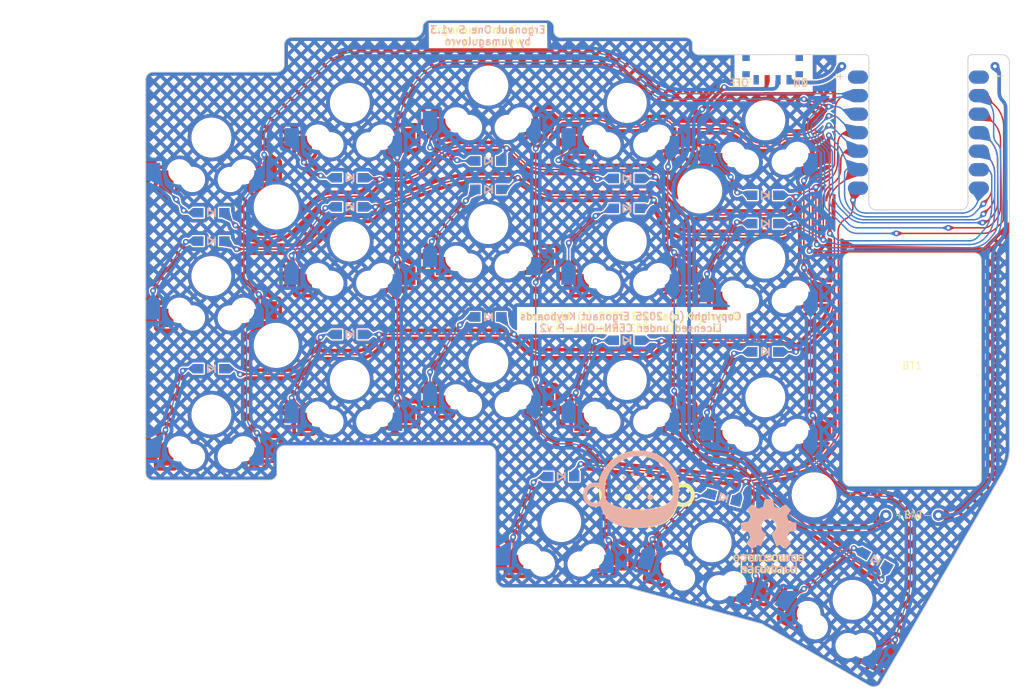
<source format=kicad_pcb>
(kicad_pcb (version 20241229) (generator "pcbnew") (generator_version "9.0")
  (layers (0 "F.Cu" signal) (2 "B.Cu" signal) (13 "F.Paste" user) (15 "B.Paste" user) (5 "F.SilkS" user "F.Silkscreen") (7 "B.SilkS" user "B.Silkscreen") (1 "F.Mask" user) (3 "B.Mask" user) (25 "Edge.Cuts" user))
  (net 0 "")
  (net 1 "R0")
  (net 3 "Net-(D2-A)")
  (net 4 "Net-(D3-A)")
  (net 5 "Net-(D4-A)")
  (net 6 "Net-(D5-A)")
  (net 7 "Net-(D6-A)")
  (net 8 "R1")
  (net 10 "Net-(D8-A)")
  (net 11 "Net-(D9-A)")
  (net 12 "Net-(D10-A)")
  (net 13 "Net-(D11-A)")
  (net 14 "Net-(D12-A)")
  (net 15 "R2")
  (net 16 "Net-(D14-A)")
  (net 17 "Net-(D15-A)")
  (net 18 "Net-(D16-A)")
  (net 19 "Net-(D17-A)")
  (net 20 "Net-(D18-A)")
  (net 21 "R3")
  (net 22 "Net-(D19-A)")
  (net 23 "Net-(D20-A)")
  (net 24 "Net-(D21-A)")
  (net 25 "C1")
  (net 26 "C2")
  (net 27 "C3")
  (net 28 "C4")
  (net 29 "C5")
  (net 30 "GND")
  (net 33 "Net-(BT1--)")
  (net 34 "Net-(BT1-+)")
  (net 35 "Net-(PWR1-A)")
  (footprint "Two:KS-27_KS-33_Hotswap_1U_DUAL" (layer "F.Cu") (at 191.477264 130.419173 -30)
    (property "Reference" "SW21")
    (property "Value" "SW_SPST" (hide yes))
  )
  (footprint "Two:KS-27_KS-33_Hotswap_1U_DUAL" (layer "F.Cu") (at 122.5 81.24097)
    (property "Reference" "SW9")
    (property "Value" "SW_SPST" (hide yes))
  )
  (footprint "Two:Hole_5.7mm" (layer "F.Cu") (at 112.4 95.5)
    (property "Reference" "H2" (hide yes))
    (property "Value" "MountingHole" (hide yes))
  )
  (footprint "Two:Hole_5.7mm" (layer "F.Cu") (at 112.4 76.5)
    (property "Reference" "H1" (hide yes))
    (property "Value" "MountingHole" (hide yes))
  )
  (footprint "Two:KS-27_KS-33_Hotswap_1U_DUAL" (layer "F.Cu") (at 172.135076 122.523186 -15)
    (property "Reference" "SW20")
    (property "Value" "SW_SPST" (hide yes))
  )
  (footprint "Two:KS-27_KS-33_Hotswap_1U_DUAL" (layer "F.Cu") (at 103.5 66.99097)
    (property "Reference" "SW2")
    (property "Value" "SW_SPST" (hide yes))
  )
  (footprint "Two:Hole_5.7mm" (layer "F.Cu") (at 186.2 116)
    (property "Reference" "H4" (hide yes))
    (property "Value" "MountingHole" (hide yes))
  )
  (footprint "Two:KS-27_KS-33_Hotswap_1U_DUAL" (layer "F.Cu") (at 160.5 62.24097)
    (property "Reference" "SW5")
    (property "Value" "SW_SPST" (hide yes))
  )
  (footprint "Two:KS-27_KS-33_Hotswap_1U_DUAL" (layer "F.Cu") (at 122.5 100.24097)
    (property "Reference" "SW15")
    (property "Value" "SW_SPST" (hide yes))
  )
  (footprint "Two:KS-27_KS-33_Hotswap_1U_DUAL" (layer "F.Cu") (at 179.5 83.61597)
    (property "Reference" "SW12")
    (property "Value" "SW_SPST" (hide yes))
  )
  (footprint "Two:KS-27_KS-33_Hotswap_1U_DUAL" (layer "F.Cu") (at 179.5 64.61597)
    (property "Reference" "SW6")
    (property "Value" "SW_SPST" (hide yes))
  )
  (footprint "Two:KS-27_KS-33_Hotswap_1U_DUAL" (layer "F.Cu") (at 160.5 100.24097)
    (property "Reference" "SW17")
    (property "Value" "SW_SPST" (hide yes))
  )
  (footprint "Two:KS-27_KS-33_Hotswap_1U_DUAL" (layer "F.Cu") (at 160.5 81.24097)
    (property "Reference" "SW11")
    (property "Value" "SW_SPST" (hide yes))
  )
  (footprint "Two:OSHW-logo" (layer "F.Cu") (at 179.94 121.69097)
    (property "Reference" "G***" (hide yes))
    (property "Value" "LOGO" (hide yes))
  )
  (footprint "Two:lp601730" (layer "F.Cu") (at 199.644 98.806)
    (property "Reference" "BT1")
    (property "Value" "LP601730")
    (fp_line (start -9.5 15) (end -9.5 -15) (stroke (width 0.12)) (layer "Edge.Cuts"))
    (fp_line (start -8.5 -16) (end 8.5 -16) (stroke (width 0.12)) (layer "Edge.Cuts"))
    (fp_line (start 8.5 16) (end -8.5 16) (stroke (width 0.12)) (layer "Edge.Cuts"))
    (fp_line (start 9.5 -15) (end 9.5 15) (stroke (width 0.12)) (layer "Edge.Cuts"))
    (fp_arc (start -9.5 -15) (mid -9.207092 -15.707092) (end -8.5 -16) (stroke (width 0.12)) (layer "Edge.Cuts"))
    (fp_arc (start -8.5 16) (mid -9.2071 15.7071) (end -9.5 15) (stroke (width 0.12)) (layer "Edge.Cuts"))
    (fp_arc (start 8.5 -16) (mid 9.207107 -15.707107) (end 9.5 -15) (stroke (width 0.12)) (layer "Edge.Cuts"))
    (fp_arc (start 9.5 15) (mid 9.207121 15.707121) (end 8.5 16) (stroke (width 0.12)) (layer "Edge.Cuts"))
  )
  (footprint "Two:KS-27_KS-33_Hotswap_1U_DUAL" (layer "F.Cu") (at 122.5 62.24097)
    (property "Reference" "SW3")
    (property "Value" "SW_SPST" (hide yes))
  )
  (footprint "Two:KS-27_KS-33_Hotswap_1U_DUAL" (layer "F.Cu") (at 179.5 102.61597)
    (property "Reference" "SW18")
    (property "Value" "SW_SPST" (hide yes))
  )
  (footprint "Two:KS-27_KS-33_Hotswap_1U_DUAL" (layer "F.Cu") (at 103.5 85.99097)
    (property "Reference" "SW8")
    (property "Value" "SW_SPST" (hide yes))
  )
  (footprint "Two:en_logo" (layer "F.Cu") (at 162.153537 115)
    (property "Reference" "G***" (hide yes))
    (property "Value" "LOGO" (hide yes))
  )
  (footprint "Two:KS-27_KS-33_Hotswap_1U_DUAL" (layer "F.Cu") (at 141.5 59.86597)
    (property "Reference" "SW4")
    (property "Value" "SW_SPST" (hide yes))
  )
  (footprint "Two:KS-27_KS-33_Hotswap_1U_DUAL" (layer "F.Cu") (at 151.5 119.7407)
    (property "Reference" "SW19")
    (property "Value" "SW_SPST" (hide yes))
  )
  (footprint "Two:KS-27_KS-33_Hotswap_1U_DUAL" (layer "F.Cu") (at 141.5 97.86597)
    (property "Reference" "SW16")
    (property "Value" "SW_SPST" (hide yes))
  )
  (footprint "Two:KS-27_KS-33_Hotswap_1U_DUAL" (layer "F.Cu") (at 103.5 104.99097)
    (property "Reference" "SW14")
    (property "Value" "SW_SPST" (hide yes))
  )
  (footprint "Two:Hole_5.7mm" (layer "F.Cu") (at 170.5 74.3)
    (property "Reference" "H3" (hide yes))
    (property "Value" "MountingHole" (hide yes))
  )
  (footprint "Two:KS-27_KS-33_Hotswap_1U_DUAL" (layer "F.Cu") (at 141.5 78.86597)
    (property "Reference" "SW10")
    (property "Value" "SW_SPST" (hide yes))
  )
  (footprint "Two:Diode_TH_SMD_DUAL" (layer "B.Cu") (at 173.778827 116.387201 165)
    (property "Reference" "D20" (hide yes))
    (property "Value" "D_Small" (hide yes))
  )
  (footprint "Two:Diode_TH_SMD_DUAL" (layer "B.Cu") (at 179.5 96.4 180)
    (property "Reference" "D18" (hide yes))
    (property "Value" "D_Small" (hide yes))
  )
  (footprint "Two:Diode_TH_SMD_DUAL" (layer "B.Cu") (at 194.630386 124.957992 150)
    (property "Reference" "D21" (hide yes))
    (property "Value" "D_Small" (hide yes))
  )
  (footprint "Two:Diode_TH_SMD_DUAL" (layer "B.Cu") (at 151.5 113.5 180)
    (property "Reference" "D19" (hide yes))
    (property "Value" "D_Small" (hide yes))
  )
  (footprint "Two:Diode_TH_SMD_DUAL" (layer "B.Cu") (at 103.5 77.3 180)
    (property "Reference" "D2" (hide yes))
    (property "Value" "D_Small" (hide yes))
  )
  (footprint "Two:Diode_TH_SMD_DUAL" (layer "B.Cu") (at 103.5 81.197 180)
    (property "Reference" "D8" (hide yes))
    (property "Value" "D_Small" (hide yes))
  )
  (footprint "Two:Diode_TH_SMD_DUAL" (layer "B.Cu") (at 160.5 94.8 180)
    (property "Reference" "D17" (hide yes))
    (property "Value" "D_Small" (hide yes))
  )
  (footprint "Two:Diode_TH_SMD_DUAL" (layer "B.Cu") (at 179.5 74.9 180)
    (property "Reference" "D6" (hide yes))
    (property "Value" "D_Small" (hide yes))
  )
  (footprint "Two:Diode_TH_SMD_DUAL" (layer "B.Cu") (at 179.5 78.8 180)
    (property "Reference" "D12" (hide yes))
    (property "Value" "D_Small" (hide yes))
  )
  (footprint "Two:Diode_TH_SMD_DUAL" (layer "B.Cu") (at 141.5 70.2 180)
    (property "Reference" "D4" (hide yes))
    (property "Value" "D_Small" (hide yes))
  )
  (footprint "Two:Diode_TH_SMD_DUAL" (layer "B.Cu") (at 141.5 74.1 180)
    (property "Reference" "D10" (hide yes))
    (property "Value" "D_Small" (hide yes))
  )
  (footprint "Two:XIAO_nRF52840_DUAL_WINDOW_NO_CAP" (layer "B.Cu") (at 200.5 55.616046 180)
    (property "Reference" "U1" (hide yes))
    (property "Value" "XIAO_nRF52840" (hide yes))
    (fp_line (start 6.8 -0.5) (end 6.8 -20.3) (stroke (width 0.12)) (layer "Edge.Cuts"))
    (fp_line (start 5.8 -21.3) (end -5.8 -21.3) (stroke (width 0.12)) (layer "Edge.Cuts"))
    (fp_line (start -6.8 -20.3) (end -6.8 -0.5) (stroke (width 0.12)) (layer "Edge.Cuts"))
    (fp_arc (start 7.3 0) (mid 6.946447 -0.146447) (end 6.8 -0.5) (stroke (width 0.12)) (layer "Edge.Cuts"))
    (fp_arc (start 5.8 -21.3) (mid 6.507107 -21.007107) (end 6.8 -20.3) (stroke (width 0.12)) (layer "Edge.Cuts"))
    (fp_arc (start -6.8 -0.5) (mid -6.946446 -0.146446) (end -7.3 0) (stroke (width 0.12)) (layer "Edge.Cuts"))
    (fp_arc (start -6.8 -20.3) (mid -6.507107 -21.007107) (end -5.8 -21.3) (stroke (width 0.12)) (layer "Edge.Cuts"))
  )
  (footprint "Two:Diode_TH_SMD_DUAL" (layer "B.Cu") (at 160.5 72.6 180)
    (property "Reference" "D5" (hide yes))
    (property "Value" "D_Small" (hide yes))
  )
  (footprint "Two:Diode_TH_SMD_DUAL" (layer "B.Cu") (at 122.5 72.5 180)
    (property "Reference" "D3" (hide yes))
    (property "Value" "D_Small" (hide yes))
  )
  (footprint "Two:Diode_TH_SMD_DUAL" (layer "B.Cu") (at 141.5 91.6 180)
    (property "Reference" "D16" (hide yes))
    (property "Value" "D_Small" (hide yes))
  )
  (footprint "Two:OSHW-logo" (layer "B.Cu") (at 180.01 121.69097 180)
    (property "Reference" "G***" (hide yes))
    (property "Value" "LOGO" (hide yes))
  )
  (footprint "Two:Diode_TH_SMD_DUAL" (layer "B.Cu") (at 160.5 76.7 180)
    (property "Reference" "D11" (hide yes))
    (property "Value" "D_Small" (hide yes))
  )
  (footprint "Two:MSK-12C02_DUAL" (layer "B.Cu") (at 180.5 55.92097 180)
    (property "Reference" "PWR1" (hide yes))
    (property "Value" "SW_SPDT")
  )
  (footprint "Two:Diode_TH_SMD_DUAL" (layer "B.Cu") (at 122.5 76.5 180)
    (property "Reference" "D9" (hide yes))
    (property "Value" "D_Small" (hide yes))
  )
  (footprint "Two:Diode_TH_SMD_DUAL" (layer "B.Cu") (at 122.5 94 180)
    (property "Reference" "D15" (hide yes))
    (property "Value" "D_Small" (hide yes))
  )
  (footprint "Two:Diode_TH_SMD_DUAL" (layer "B.Cu") (at 103.5 98.7 180)
    (property "Reference" "D14" (hide yes))
    (property "Value" "D_Small" (hide yes))
  )
  (gr_line (start 211.963 55.616046) (end 207.8 55.616046) (stroke (width 0.12)) (layer "Edge.Cuts"))
  (gr_arc (start 113.5 54.240978) (mid 113.792901 53.533885) (end 114.5 53.240978) (stroke (width 0.12)) (layer "Edge.Cuts"))
  (gr_arc (start 211.963012 55.615978) (mid 212.68331 55.90671) (end 213 56.615978) (stroke (width 0.12)) (layer "Edge.Cuts"))
  (gr_arc (start 112.5 112.983849) (mid 112.207125 113.690989) (end 111.5 113.983849) (stroke (width 0.12)) (layer "Edge.Cuts"))
  (gr_line (start 111.5 113.983849) (end 95.48 113.990978) (stroke (width 0.12)) (layer "Edge.Cuts"))
  (gr_arc (start 170.508049 55.618933) (mid 169.865979 55.453027) (end 169.5 54.9) (stroke (width 0.12)) (layer "Edge.Cuts"))
  (gr_line (start 178.98 133.70097) (end 160.6 128.74097) (stroke (width 0.12)) (layer "Edge.Cuts"))
  (gr_arc (start 141.5 109.240986) (mid 142.207112 109.533878) (end 142.5 110.240986) (stroke (width 0.12)) (layer "Edge.Cuts"))
  (gr_arc (start 132.5 51.911251) (mid 132.781887 51.183752) (end 133.5 50.87879) (stroke (width 0.12)) (layer "Edge.Cuts"))
  (gr_line (start 213 56.615978) (end 213 109.982) (stroke (width 0.12)) (layer "Edge.Cuts"))
  (gr_line (start 151.6485 53.258887) (end 168.5 53.258887) (stroke (width 0.12)) (layer "Edge.Cuts"))
  (gr_arc (start 195.2 142.016509) (mid 194.526548 142.310811) (end 193.8 142.2) (stroke (width 0.12)) (layer "Edge.Cuts"))
  (gr_line (start 142.5 127.7) (end 142.5 110.240986) (stroke (width 0.12)) (layer "Edge.Cuts"))
  (gr_line (start 193.8 142.2) (end 178.98 133.70097) (stroke (width 0.12)) (layer "Edge.Cuts"))
  (gr_arc (start 168.5 53.258887) (mid 169.100001 53.423467) (end 169.5 53.9) (stroke (width 0.12)) (layer "Edge.Cuts"))
  (gr_line (start 114.5 53.240978) (end 131.1635 53.247478) (stroke (width 0.12)) (layer "Edge.Cuts"))
  (gr_line (start 170.508049 55.618934) (end 193.2 55.616046) (stroke (width 0.12)) (layer "Edge.Cuts"))
  (gr_arc (start 94.480001 59.04481) (mid 94.786653 58.29791) (end 95.536343 57.998142) (stroke (width 0.12)) (layer "Edge.Cuts"))
  (gr_line (start 211.963 113.157) (end 195.2 142.016509) (stroke (width 0.12)) (layer "Edge.Cuts"))
  (gr_arc (start 112.5 110.240903) (mid 112.792921 109.533824) (end 113.5 109.240903) (stroke (width 0.12)) (layer "Edge.Cuts"))
  (gr_arc (start 151.6485 53.258887) (mid 150.919559 53.123222) (end 150.5 52.511875) (stroke (width 0.12)) (layer "Edge.Cuts"))
  (gr_line (start 94.48 112.990978) (end 94.48 59.04481) (stroke (width 0.12)) (layer "Edge.Cuts"))
  (gr_arc (start 143.5 128.740708) (mid 142.860575 128.354326) (end 142.5 127.7) (stroke (width 0.12)) (layer "Edge.Cuts"))
  (gr_line (start 133.5 50.87879) (end 149.5 50.88169) (stroke (width 0.12)) (layer "Edge.Cuts"))
  (gr_arc (start 113.5 56.990948) (mid 113.207119 57.698053) (end 112.5 57.990978) (stroke (width 0.12)) (layer "Edge.Cuts"))
  (gr_line (start 169.5 54.9) (end 169.5 53.9) (stroke (width 0.12)) (layer "Edge.Cuts"))
  (gr_line (start 112.5 112.983849) (end 112.5 110.240903) (stroke (width 0.12)) (layer "Edge.Cuts"))
  (gr_arc (start 149.5 50.88169) (mid 150.207465 51.175406) (end 150.5 51.883355) (stroke (width 0.12)) (layer "Edge.Cuts"))
  (gr_arc (start 95.48 113.990978) (mid 94.77289 113.698088) (end 94.48 112.990978) (stroke (width 0.12)) (layer "Edge.Cuts"))
  (gr_line (start 95.536343 57.998141) (end 112.5 57.990978) (stroke (width 0.12)) (layer "Edge.Cuts"))
  (gr_line (start 160.6 128.74097) (end 143.5 128.740708) (stroke (width 0.12)) (layer "Edge.Cuts"))
  (gr_arc (start 132.5 51.911251) (mid 132.143157 52.890835) (end 131.1635 53.247477) (stroke (width 0.12)) (layer "Edge.Cuts"))
  (gr_line (start 150.5 51.883355) (end 150.5 52.511875) (stroke (width 0.12)) (layer "Edge.Cuts"))
  (gr_line (start 141.5 109.240986) (end 113.5 109.240986) (stroke (width 0.12)) (layer "Edge.Cuts"))
  (gr_line (start 113.5 56.990948) (end 113.5 54.240978) (stroke (width 0.12)) (layer "Edge.Cuts"))
  (gr_arc (start 213 109.982) (mid 212.665892 111.629725) (end 211.963 113.157) (stroke (width 0.12)) (layer "Edge.Cuts"))
  (gr_text "Ergonaut One S v1.3\nby yumagulovrn" (at 141.5 53 0) (layer "F.SilkS") (effects (font (size 1 1) (thickness 0.2) (bold yes))))
  (gr_text "Copyright (c) 2025 Ergonaut Keyboards\nLicensed under CERN-OHL-P v2" (at 161.036 92.329 0) (layer "F.SilkS") (effects (font (size 1 1) (thickness 0.2) (bold yes))))
  (gr_text "Ergonaut One S v1.3\nby yumagulovrn" (at 141.42 53 0) (layer "B.SilkS") (effects (font (size 1 1) (thickness 0.2) (bold yes)) (justify mirror)))
  (gr_text "Copyright (c) 2025 Ergonaut Keyboards\nLicensed under CERN-OHL-P v2" (at 161.036 92.329 0) (layer "B.SilkS") (effects (font (size 1 1) (thickness 0.2) (bold yes)) (justify mirror)))
  (segment (start 107.315 79.375) (end 106.807 79.038) (width 0.2) (layer "F.Cu") (net 1))
  (segment (start 183.7 75.1) (end 183.65 75.1) (width 0.2) (layer "F.Cu") (net 1))
  (segment (start 134.326184 69.762816) (end 132.948317 71.140683) (width 0.2) (layer "F.Cu") (net 1))
  (segment (start 146.025154 70.079154) (end 144.145 68.199) (width 0.2) (layer "F.Cu") (net 1))
  (segment (start 162.577797 71.374) (end 149.15119 71.374) (width 0.2) (layer "F.Cu") (net 1))
  (segment (start 143.764 69.088) (end 144.018 68.453) (width 0.2) (layer "F.Cu") (net 1))
  (segment (start 183.338613 76.580908) (end 183.289946 76.71301) (width 0.2) (layer "F.Cu") (net 1))
  (segment (start 117.513312 76.288688) (end 114.40969 79.39231) (width 0.2) (layer "F.Cu") (net 1))
  (segment (start 183.742731 75.174038) (end 183.752693 75.184) (width 0.2) (layer "F.Cu") (net 1))
  (segment (start 164.5 72.5) (end 163.937 71.937) (width 0.2) (layer "F.Cu") (net 1))
  (segment (start 186.563 81.661) (end 186.4995 81.28) (width 0.2) (layer "F.Cu") (net 1))
  (segment (start 183.5 75) (end 183.564644 75.064644) (width 0.2) (layer "F.Cu") (net 1))
  (segment (start 129.183793 72.7) (end 126.6 72.7) (width 0.2) (layer "F.Cu") (net 1))
  (segment (start 187.8965 72.9615) (end 186.436 73.787) (width 0.2) (layer "F.Cu") (net 1))
  (segment (start 168.049526 76.695967) (end 167.911191 76.547983) (width 0.2) (layer "F.Cu") (net 1))
  (segment (start 111.078822 80.772) (end 110.589526 80.772) (width 0.2) (layer "F.Cu") (net 1))
  (segment (start 183.682714 75.246917) (end 183.420885 76.312095) (width 0.2) (layer "F.Cu") (net 1))
  (segment (start 182.017902 77.6) (end 170.132129 77.6) (width 0.2) (layer "F.Cu") (net 1))
  (segment (start 183.258578 74.9) (end 181.2875 74.9) (width 0.2) (layer "F.Cu") (net 1))
  (segment (start 183.7 75.1) (end 183.7 75.15) (width 0.2) (layer "F.Cu") (net 1))
  (segment (start 164.255 72.6) (end 164.4275 72.4275) (width 0.2) (layer "F.Cu") (net 1))
  (segment (start 186.436 73.787) (end 186.436 80.512744) (width 0.2) (layer "F.Cu") (net 1))
  (segment (start 126.6 72.7) (end 124.2875 72.5) (width 0.2) (layer "F.Cu") (net 1))
  (segment (start 106.807 79.038) (end 105.2875 77.3) (width 0.2) (layer "F.Cu") (net 1))
  (segment (start 108.537438 80.16599) (end 107.315 79.375) (width 0.2) (layer "F.Cu") (net 1))
  (segment (start 123.397919 75.057) (end 120.486869 75.057) (width 0.2) (layer "F.Cu") (net 1))
  (segment (start 126.6 72.7) (end 124.840562 74.459438) (width 0.2) (layer "F.Cu") (net 1))
  (segment (start 189.398326 70.458858) (end 189.465 67.753082) (width 0.2) (layer "F.Cu") (net 1))
  (segment (start 167.642637 76.244827) (end 164.5 72.5) (width 0.2) (layer "F.Cu") (net 1))
  (segment (start 144.145 68.199) (end 138.101569 68.199) (width 0.2) (layer "F.Cu") (net 1))
  (segment (start 143.2875 70.2) (end 143.764 69.088) (width 0.2) (layer "F.Cu") (net 1))
  (segment (start 162.2875 72.6) (end 164.255 72.6) (width 0.2) (layer "F.Cu") (net 1))
  (via (at 183.7 75.1) (size 0.8) (drill 0.4) (layers "F.Cu" "B.Cu") (net 1))
  (via (at 126.6 72.7) (size 0.8) (drill 0.4) (layers "F.Cu" "B.Cu") (net 1))
  (via (at 144.018 68.453) (size 0.8) (drill 0.4) (layers "F.Cu" "B.Cu") (net 1))
  (via (at 106.807 79.038) (size 0.8) (drill 0.4) (layers "F.Cu" "B.Cu") (net 1))
  (via (at 186.436 73.787) (size 0.8) (drill 0.4) (layers "F.Cu" "B.Cu") (net 1))
  (via (at 164.4275 72.4275) (size 0.8) (drill 0.4) (layers "F.Cu" "B.Cu") (net 1))
  (via (at 186.563 81.661) (size 0.8) (drill 0.4) (layers "F.Cu" "B.Cu") (net 1))
  (arc (start 163.937 71.937) (mid 163.313392 71.520318) (end 162.577797 71.374) (width 0.2) (layer "F.Cu") (net 1))
  (arc (start 183.420885 76.312095) (mid 183.383512 76.447653) (end 183.338613 76.580908) (width 0.2) (layer "F.Cu") (net 1))
  (arc (start 134.326184 69.762816) (mid 136.058345 68.605423) (end 138.101569 68.199) (width 0.2) (layer "F.Cu") (net 1))
  (arc (start 132.948317 71.140683) (mid 131.221139 72.294747) (end 129.183793 72.7) (width 0.2) (layer "F.Cu") (net 1))
  (arc (start 187.8965 72.9615) (mid 188.977515 71.908272) (end 189.398326 70.458858) (width 0.2) (layer "F.Cu") (net 1))
  (arc (start 183.65 75.1) (mid 183.603805 75.090811) (end 183.564644 75.064644) (width 0.2) (layer "F.Cu") (net 1))
  (arc (start 183.742731 75.174038) (mid 183.714336 75.174514) (end 183.7 75.15) (width 0.2) (layer "F.Cu") (net 1))
  (arc (start 170.132129 77.6) (mid 168.996951 77.364244) (end 168.049526 76.695967) (width 0.2) (layer "F.Cu") (net 1))
  (arc (start 120.486869 75.057) (mid 118.877591 75.377105) (end 117.513312 76.288688) (width 0.2) (layer "F.Cu") (net 1))
  (arc (start 123.397919 75.057) (mid 124.178672 74.901699) (end 124.840562 74.459438) (width 0.2) (layer "F.Cu") (net 1))
  (arc (start 183.682714 75.246917) (mid 183.695644 75.199223) (end 183.7 75.15) (width 0.2) (layer "F.Cu") (net 1))
  (arc (start 110.589526 80.772) (mid 109.519676 80.617331) (end 108.537438 80.16599) (width 0.2) (layer "F.Cu") (net 1))
  (arc (start 186.436 80.512744) (mid 186.451902 80.897683) (end 186.4995 81.28) (width 0.2) (layer "F.Cu") (net 1))
  (arc (start 183.5 75) (mid 183.389234 74.925989) (end 183.258578 74.9) (width 0.2) (layer "F.Cu") (net 1))
  (arc (start 189.944477 66.595523) (mid 189.589612 67.126615) (end 189.465 67.753082) (width 0.2) (layer "F.Cu") (net 1))
  (arc (start 167.911191 76.547983) (mid 167.774885 76.398202) (end 167.642637 76.244827) (width 0.2) (layer "F.Cu") (net 1))
  (arc (start 146.025154 70.079154) (mid 147.459392 71.037481) (end 149.15119 71.374) (width 0.2) (layer "F.Cu") (net 1))
  (arc (start 183.289946 76.71301) (mid 182.79328 77.356358) (end 182.017902 77.6) (width 0.2) (layer "F.Cu") (net 1))
  (arc (start 183.682714 75.246917) (mid 183.706544 75.205389) (end 183.742731 75.174038) (width 0.2) (layer "F.Cu") (net 1))
  (arc (start 191.102036 66.116046) (mid 190.475569 66.240658) (end 189.944477 66.595523) (width 0.2) (layer "F.Cu") (net 1))
  (arc (start 111.078822 80.772) (mid 112.881475 80.41343) (end 114.40969 79.39231) (width 0.2) (layer "F.Cu") (net 1))
  (segment (start 189.173556 82.112) (end 207.691762 82.112) (width 0.2) (layer "B.Cu") (net 1))
  (segment (start 126.5 72.6) (end 126.6 72.7) (width 0.2) (layer "B.Cu") (net 1))
  (segment (start 105.2875 77.5185) (end 106.807 79.038) (width 0.2) (layer "B.Cu") (net 1))
  (segment (start 210.21798 67.264066) (end 209.06996 66.116046) (width 0.2) (layer "B.Cu") (net 1))
  (segment (start 210.723421 80.367764) (end 210.311999 80.870499) (width 0.2) (layer "B.Cu") (net 1))
  (segment (start 183.7 75.1) (end 186.436 73.787) (width 0.2) (layer "B.Cu") (net 1))
  (segment (start 162.2875 72.6) (end 164.255 72.6) (width 0.2) (layer "B.Cu") (net 1))
  (segment (start 186.563 81.661) (end 187.4235 81.8865) (width 0.2) (layer "B.Cu") (net 1))
  (segment (start 211.44395 76.769449) (end 211.366 70.035631) (width 0.2) (layer "B.Cu") (net 1))
  (segment (start 126.258578 72.5) (end 124.2875 72.5) (width 0.2) (layer "B.Cu") (net 1))
  (segment (start 105.2875 77.3) (end 105.5465 77.006) (width 0.2) (layer "B.Cu") (net 1))
  (segment (start 143.2875 70.2) (end 144.018 68.453) (width 0.2) (layer "B.Cu") (net 1))
  (segment (start 105.2875 77.3) (end 105.2875 77.5185) (width 0.2) (layer "B.Cu") (net 1))
  (segment (start 183.358578 74.9) (end 181.2875 74.9) (width 0.2) (layer "B.Cu") (net 1))
  (segment (start 164.255 72.6) (end 164.4275 72.4275) (width 0.2) (layer "B.Cu") (net 1))
  (arc (start 210.21798 67.264066) (mid 211.067639 68.53567) (end 211.366 70.035631) (width 0.2) (layer "B.Cu") (net 1))
  (arc (start 211.44395 76.769449) (mid 211.436355 77.723487) (end 211.3915 78.6765) (width 0.2) (layer "B.Cu") (net 1))
  (arc (start 126.5 72.6) (mid 126.389234 72.525989) (end 126.258578 72.5) (width 0.2) (layer "B.Cu") (net 1))
  (arc (start 189.173556 82.112) (mid 188.291293 82.055392) (end 187.4235 81.8865) (width 0.2) (layer "B.Cu") (net 1))
  (arc (start 207.691762 82.112) (mid 209.1415 81.785923) (end 210.311999 80.870499) (width 0.2) (layer "B.Cu") (net 1))
  (arc (start 210.723421 80.367764) (mid 211.189435 79.574264) (end 211.3915 78.6765) (width 0.2) (layer "B.Cu") (net 1))
  (segment (start 98.854553 75.684545) (end 99.7 77) (width 0.2) (layer "F.Cu") (net 3))
  (segment (start 99.7 77) (end 99.85 77.15) (width 0.2) (layer "F.Cu") (net 3))
  (segment (start 97.78155 74.58455) (end 98.679 75.482) (width 0.2) (layer "F.Cu") (net 3))
  (segment (start 98.679 75.482) (end 98.7425 75.5455) (width 0.2) (layer "F.Cu") (net 3))
  (segment (start 100.212132 77.3) (end 101.9125 77.3) (width 0.2) (layer "F.Cu") (net 3))
  (via (at 98.679 75.482) (size 0.8) (drill 0.4) (layers "F.Cu" "B.Cu") (net 3))
  (via (at 99.7 77) (size 0.8) (drill 0.4) (layers "F.Cu" "B.Cu") (net 3))
  (arc (start 98.854553 75.684545) (mid 98.802252 75.612019) (end 98.7425 75.5455) (width 0.2) (layer "F.Cu") (net 3))
  (arc (start 99.85 77.15) (mid 100.016147 77.261016) (end 100.212132 77.3) (width 0.2) (layer "F.Cu") (net 3))
  (arc (start 97.78155 74.58455) (mid 97.42515 74.05116) (end 97.3 73.421985) (width 0.2) (layer "F.Cu") (net 3))
  (segment (start 99.7 77) (end 99.85 77.15) (width 0.2) (layer "B.Cu") (net 3))
  (segment (start 98.854553 75.684545) (end 99.7 77) (width 0.2) (layer "B.Cu") (net 3))
  (segment (start 98.679 75.482) (end 95.716385 72.519385) (width 0.2) (layer "B.Cu") (net 3))
  (segment (start 100.212132 77.3) (end 101.9125 77.3) (width 0.2) (layer "B.Cu") (net 3))
  (segment (start 98.679 75.482) (end 98.7425 75.5455) (width 0.2) (layer "B.Cu") (net 3))
  (arc (start 98.854553 75.684545) (mid 98.802252 75.612019) (end 98.7425 75.5455) (width 0.2) (layer "B.Cu") (net 3))
  (arc (start 99.85 77.15) (mid 100.016147 77.261016) (end 100.212132 77.3) (width 0.2) (layer "B.Cu") (net 3))
  (segment (start 119.012132 72.5) (end 120.7125 72.5) (width 0.2) (layer "F.Cu") (net 4))
  (segment (start 117.823223 72.023223) (end 116.2 70.4) (width 0.2) (layer "F.Cu") (net 4))
  (segment (start 116.25 70.35) (end 116.2 70.4) (width 0.2) (layer "F.Cu") (net 4))
  (segment (start 116.3 70.229289) (end 116.3 67.99097) (width 0.2) (layer "F.Cu") (net 4))
  (segment (start 118.5 72.2) (end 118.25 72.2) (width 0.2) (layer "F.Cu") (net 4))
  (segment (start 118.5 72.2) (end 118.65 72.35) (width 0.2) (layer "F.Cu") (net 4))
  (via (at 116.2 70.4) (size 0.8) (drill 0.4) (layers "F.Cu" "B.Cu") (net 4))
  (via (at 118.5 72.2) (size 0.8) (drill 0.4) (layers "F.Cu" "B.Cu") (net 4))
  (arc (start 116.25 70.35) (mid 116.287005 70.294617) (end 116.3 70.229289) (width 0.2) (layer "F.Cu") (net 4))
  (arc (start 118.65 72.35) (mid 118.816147 72.461016) (end 119.012132 72.5) (width 0.2) (layer "F.Cu") (net 4))
  (arc (start 117.823223 72.023223) (mid 118.01903 72.154057) (end 118.25 72.2) (width 0.2) (layer "F.Cu") (net 4))
  (segment (start 119.012132 72.5) (end 120.7125 72.5) (width 0.2) (layer "B.Cu") (net 4))
  (segment (start 118.65 72.35) (end 118.5 72.2) (width 0.2) (layer "B.Cu") (net 4))
  (segment (start 116.2 70.4) (end 114.5 66.94097) (width 0.2) (layer "B.Cu") (net 4))
  (arc (start 118.65 72.35) (mid 118.816147 72.461016) (end 119.012132 72.5) (width 0.2) (layer "B.Cu") (net 4))
  (segment (start 133.5 67.41597) (end 133.5 68.36597) (width 0.2) (layer "F.Cu") (net 5))
  (segment (start 135.3 65.61597) (end 133.5 67.41597) (width 0.2) (layer "F.Cu") (net 5))
  (segment (start 139.7125 70.2) (end 137.3 70.2) (width 0.2) (layer "F.Cu") (net 5))
  (segment (start 137.3 70.2) (end 137.2 70.1) (width 0.2) (layer "F.Cu") (net 5))
  (via (at 133.5 68.36597) (size 0.8) (drill 0.4) (layers "F.Cu" "B.Cu") (net 5))
  (via (at 137.2 70.1) (size 0.8) (drill 0.4) (layers "F.Cu" "B.Cu") (net 5))
  (segment (start 137.3 70.2) (end 137.2 70.1) (width 0.2) (layer "B.Cu") (net 5))
  (segment (start 133.5 64.56597) (end 133.5 68.36597) (width 0.2) (layer "B.Cu") (net 5))
  (segment (start 135.89 69.469) (end 133.5 68.36597) (width 0.2) (layer "B.Cu") (net 5))
  (segment (start 137.2 70.1) (end 135.89 69.469) (width 0.2) (layer "B.Cu") (net 5))
  (segment (start 139.7125 70.2) (end 137.3 70.2) (width 0.2) (layer "B.Cu") (net 5))
  (segment (start 156.464 72.644) (end 156.635 72.6) (width 0.2) (layer "F.Cu") (net 6))
  (segment (start 151.1 70.1) (end 151.654515 69.545485) (width 0.2) (layer "F.Cu") (net 6))
  (segment (start 156.635 72.6) (end 158.7125 72.6) (width 0.2) (layer "F.Cu") (net 6))
  (segment (start 152.993232 68.99097) (end 154.3 68.99097) (width 0.2) (layer "F.Cu") (net 6))
  (via (at 151.1 70.1) (size 0.8) (drill 0.4) (layers "F.Cu" "B.Cu") (net 6))
  (via (at 156.464 72.644) (size 0.8) (drill 0.4) (layers "F.Cu" "B.Cu") (net 6))
  (arc (start 152.993232 68.99097) (mid 152.268723 69.135083) (end 151.654515 69.545485) (width 0.2) (layer "F.Cu") (net 6))
  (segment (start 151.1 70.1) (end 152.5 67.94097) (width 0.2) (layer "B.Cu") (net 6))
  (segment (start 151.1 70.1) (end 156.464 72.644) (width 0.2) (layer "B.Cu") (net 6))
  (segment (start 156.635 72.6) (end 158.7125 72.6) (width 0.2) (layer "B.Cu") (net 6))
  (segment (start 156.464 72.644) (end 156.635 72.6) (width 0.2) (layer "B.Cu") (net 6))
  (segment (start 175.641 74.549) (end 177.6635 74.549) (width 0.2) (layer "F.Cu") (net 7))
  (segment (start 175.4205 74.0245) (end 175.641 74.549) (width 0.2) (layer "F.Cu") (net 7))
  (segment (start 174.752 72.39) (end 173.3 70.938) (width 0.2) (layer "F.Cu") (net 7))
  (segment (start 174.752 72.39) (end 174.987053 72.972387) (width 0.2) (layer "F.Cu") (net 7))
  (via (at 174.752 72.39) (size 0.8) (drill 0.4) (layers "F.Cu" "B.Cu") (net 7))
  (via (at 175.641 74.549) (size 0.8) (drill 0.4) (layers "F.Cu" "B.Cu") (net 7))
  (arc (start 175.4205 74.0245) (mid 175.201888 73.499221) (end 174.987053 72.972387) (width 0.2) (layer "F.Cu") (net 7))
  (segment (start 175.641 74.549) (end 175.6655 74.5245) (width 0.2) (layer "B.Cu") (net 7))
  (segment (start 175.724648 74.5) (end 177.7125 74.5) (width 0.2) (layer "B.Cu") (net 7))
  (segment (start 174.752 72.39) (end 171.67797 69.31597) (width 0.2) (layer "B.Cu") (net 7))
  (arc (start 175.724648 74.5) (mid 175.692637 74.506367) (end 175.6655 74.5245) (width 0.2) (layer "B.Cu") (net 7))
  (segment (start 125.674499 77.603499) (end 125.724935 77.553064) (width 0.2) (layer "F.Cu") (net 8))
  (segment (start 117.603443 81.151557) (end 119.935464 78.819536) (width 0.2) (layer "F.Cu") (net 8))
  (segment (start 106.978 82.296) (end 114.840513 82.296) (width 0.2) (layer "F.Cu") (net 8))
  (segment (start 164.211 75.565) (end 166.004515 78.995485) (width 0.2) (layer "F.Cu") (net 8))
  (segment (start 148.385363 74.412575) (end 145.542 72.517) (width 0.2) (layer "F.Cu") (net 8))
  (segment (start 163.076 76.7) (end 164.211 75.565) (width 0.2) (layer "F.Cu") (net 8))
  (segment (start 122.092247 77.926167) (end 124.968 77.926167) (width 0.2) (layer "F.Cu") (net 8))
  (segment (start 126 76.5) (end 124.2875 76.5) (width 0.2) (layer "F.Cu") (net 8))
  (segment (start 134.360757 73.549624) (end 126 76.5) (width 0.2) (layer "F.Cu") (net 8))
  (segment (start 189.837822 71.345515) (end 189.865 70.043845) (width 0.2) (layer "F.Cu") (net 8))
  (segment (start 162.2875 76.7) (end 163.076 76.7) (width 0.2) (layer "F.Cu") (net 8))
  (segment (start 190.931954 68.656046) (end 191.185954 68.656046) (width 0.2) (layer "F.Cu") (net 8))
  (segment (start 183.5 78.75) (end 183.49186 78.867) (width 0.2) (layer "F.Cu") (net 8))
  (segment (start 190.271477 69.062523) (end 190.498348 68.835651) (width 0.2) (layer "F.Cu") (net 8))
  (segment (start 187.452 81.026) (end 187.452 75.43511) (width 0.2) (layer "F.Cu") (net 8))
  (segment (start 143.2875 74.1) (end 143.959 74.1) (width 0.2) (layer "F.Cu") (net 8))
  (segment (start 169.395129 80.4) (end 181.280761 80.4) (width 0.2) (layer "F.Cu") (net 8))
  (segment (start 143.959 74.1) (end 145.542 72.517) (width 0.2) (layer "F.Cu") (net 8))
  (segment (start 183.29593 78.8335) (end 183.49186 78.867) (width 0.2) (layer "F.Cu") (net 8))
  (segment (start 126 76.889) (end 126 76.5) (width 0.2) (layer "F.Cu") (net 8))
  (segment (start 182.849999 79.749999) (end 183.252512 79.347487) (width 0.2) (layer "F.Cu") (net 8))
  (segment (start 106.956 82.318) (end 106.978 82.296) (width 0.2) (layer "F.Cu") (net 8))
  (segment (start 182.901226 78.8) (end 181.2875 78.8) (width 0.2) (layer "F.Cu") (net 8))
  (segment (start 144.2085 73.8505) (end 143.2875 74.1) (width 0.2) (layer "F.Cu") (net 8))
  (segment (start 106.956 82.318) (end 105.2875 81.197) (width 0.2) (layer "F.Cu") (net 8))
  (segment (start 164.211 75.565) (end 163.703 75.057) (width 0.2) (layer "F.Cu") (net 8))
  (segment (start 145.542 72.517) (end 140.390098 72.517) (width 0.2) (layer "F.Cu") (net 8))
  (segment (start 163.703 75.057) (end 150.513755 75.057) (width 0.2) (layer "F.Cu") (net 8))
  (via (at 106.956 82.318) (size 0.8) (drill 0.4) (layers "F.Cu" "B.Cu") (net 8))
  (via (at 187.452 81.026) (size 0.8) (drill 0.4) (layers "F.Cu" "B.Cu") (net 8))
  (via (at 145.542 72.517) (size 0.8) (drill 0.4) (layers "F.Cu" "B.Cu") (net 8))
  (via (at 183.49186 78.867) (size 0.8) (drill 0.4) (layers "F.Cu" "B.Cu") (net 8))
  (via (at 126 76.5) (size 0.8) (drill 0.4) (layers "F.Cu" "B.Cu") (net 8))
  (via (at 164.211 75.565) (size 0.8) (drill 0.4) (layers "F.Cu" "B.Cu") (net 8))
  (arc (start 188.658499 73.342499) (mid 187.775228 74.227357) (end 187.452 75.43511) (width 0.2) (layer "F.Cu") (net 8))
  (arc (start 190.498348 68.835651) (mid 190.697288 68.702723) (end 190.931954 68.656046) (width 0.2) (layer "F.Cu") (net 8))
  (arc (start 189.865 70.043845) (mid 189.970639 69.512757) (end 190.271477 69.062523) (width 0.2) (layer "F.Cu") (net 8))
  (arc (start 124.888673 77.929) (mid 125.313959 77.844405) (end 125.674499 77.603499) (width 0.2) (layer "F.Cu") (net 8))
  (arc (start 140.390098 72.517) (mid 137.331534 72.777022) (end 134.360757 73.549624) (width 0.2) (layer "F.Cu") (net 8))
  (arc (start 183.252512 79.347487) (mid 183.435679 79.073357) (end 183.5 78.75) (width 0.2) (layer "F.Cu") (net 8))
  (arc (start 150.513755 75.057) (mid 149.401849 74.892362) (end 148.385363 74.412575) (width 0.2) (layer "F.Cu") (net 8))
  (arc (start 181.280761 80.4) (mid 182.130026 80.23107) (end 182.849999 79.749999) (width 0.2) (layer "F.Cu") (net 8))
  (arc (start 182.901226 78.8) (mid 183.099287 78.80839) (end 183.29593 78.8335) (width 0.2) (layer "F.Cu") (net 8))
  (arc (start 119.935464 78.819536) (mid 120.925004 78.158346) (end 122.092247 77.926167) (width 0.2) (layer "F.Cu") (net 8))
  (arc (start 166.004515 78.995485) (mid 167.560213 80.035013) (end 169.395129 80.4) (width 0.2) (layer "F.Cu") (net 8))
  (arc (start 125.724935 77.553064) (mid 125.928512 77.248388) (end 126 76.889) (width 0.2) (layer "F.Cu") (net 8))
  (arc (start 188.658499 73.342499) (mid 189.509815 72.498516) (end 189.837822 71.345515) (width 0.2) (layer "F.Cu") (net 8))
  (arc (start 114.840513 82.296) (mid 116.3358 81.998569) (end 117.603443 81.151557) (width 0.2) (layer "F.Cu") (net 8))
  (segment (start 143.959 74.1) (end 145.542 72.517) (width 0.2) (layer "B.Cu") (net 8))
  (segment (start 187.452 81.026) (end 188.43 81.369) (width 0.2) (layer "B.Cu") (net 8))
  (segment (start 126 76.5) (end 124.2875 76.5) (width 0.2) (layer "B.Cu") (net 8))
  (segment (start 143.2875 74.1) (end 143.959 74.1) (width 0.2) (layer "B.Cu") (net 8))
  (segment (start 106.956 82.318) (end 105.2875 81.197) (width 0.2) (layer "B.Cu") (net 8))
  (segment (start 182.901226 78.8) (end 181.2875 78.8) (width 0.2) (layer "B.Cu") (net 8))
  (segment (start 183.29593 78.8335) (end 183.49186 78.867) (width 0.2) (layer "B.Cu") (net 8))
  (segment (start 210.966 71.892788) (end 210.966 77.451) (width 0.2) (layer "B.Cu") (net 8))
  (segment (start 163.076 76.7) (end 164.211 75.565) (width 0.2) (layer "B.Cu") (net 8))
  (segment (start 191.257958 81.712) (end 190.444403 81.712) (width 0.2) (layer "B.Cu") (net 8))
  (segment (start 162.2875 76.7) (end 163.076 76.7) (width 0.2) (layer "B.Cu") (net 8))
  (segment (start 187.452 81.026) (end 183.49186 78.867) (width 0.2) (layer "B.Cu") (net 8))
  (segment (start 194.957864 81.706031) (end 207.479447 81.665631) (width 0.2) (layer "B.Cu") (net 8))
  (segment (start 210.890966 78.02103) (end 210.947 77.47) (width 0.2) (layer "B.Cu") (net 8))
  (segment (start 210.01798 69.604066) (end 209.06996 68.656046) (width 0.2) (layer "B.Cu") (net 8))
  (arc (start 210.966 71.892788) (mid 210.719617 70.65414) (end 210.01798 69.604066) (width 0.2) (layer "B.Cu") (net 8))
  (arc (start 188.43 81.369) (mid 189.422705 81.625637) (end 190.444403 81.712) (width 0.2) (layer "B.Cu") (net 8))
  (arc (start 209.830365 80.555134) (mid 210.548939 79.366903) (end 210.890966 78.02103) (width 0.2) (layer "B.Cu") (net 8))
  (arc (start 191.257958 81.712) (mid 193.107913 81.710507) (end 194.957864 81.706031) (width 0.2) (layer "B.Cu") (net 8))
  (arc (start 207.479447 81.665631) (mid 208.778508 81.372048) (end 209.830365 80.555134) (width 0.2) (layer "B.Cu") (net 8))
  (arc (start 182.901226 78.8) (mid 183.099287 78.80839) (end 183.29593 78.8335) (width 0.2) (layer "B.Cu") (net 8))
  (segment (start 100.175831 81.197) (end 101.8445 81.197) (width 0.2) (layer "F.Cu") (net 10))
  (segment (start 95.5 88.970485) (end 95.5 88) (width 0.2) (layer "F.Cu") (net 10))
  (segment (start 96.186236 90.627206) (end 97.3 91.74097) (width 0.2) (layer "F.Cu") (net 10))
  (segment (start 100 81.3) (end 100.0515 81.2485) (width 0.2) (layer "F.Cu") (net 10))
  (via (at 95.5 88) (size 0.8) (drill 0.4) (layers "F.Cu" "B.Cu") (net 10))
  (via (at 100 81.3) (size 0.8) (drill 0.4) (layers "F.Cu" "B.Cu") (net 10))
  (arc (start 95.5 88.970485) (mid 95.678346 89.867096) (end 96.186236 90.627206) (width 0.2) (layer "F.Cu") (net 10))
  (arc (start 100.0515 81.2485) (mid 100.108543 81.210384) (end 100.175831 81.197) (width 0.2) (layer "F.Cu") (net 10))
  (segment (start 100.175831 81.197) (end 101.8445 81.197) (width 0.2) (layer "B.Cu") (net 10))
  (segment (start 96.137 87.0115) (end 95.5 88) (width 0.2) (layer "B.Cu") (net 10))
  (segment (start 100 81.3) (end 97.437276 85.051935) (width 0.2) (layer "B.Cu") (net 10))
  (segment (start 95.5 88) (end 95.5 90.69097) (width 0.2) (layer "B.Cu") (net 10))
  (segment (start 100 81.3) (end 100.0515 81.2485) (width 0.2) (layer "B.Cu") (net 10))
  (arc (start 100.0515 81.2485) (mid 100.108543 81.210384) (end 100.175831 81.197) (width 0.2) (layer "B.Cu") (net 10))
  (arc (start 96.137 87.0115) (mid 96.780569 86.027358) (end 97.437276 85.051935) (width 0.2) (layer "B.Cu") (net 10))
  (segment (start 119.397429 76.5) (end 120.7125 76.5) (width 0.2) (layer "F.Cu") (net 11))
  (segment (start 114.5 83.2) (end 116 86.478837) (width 0.2) (layer "F.Cu") (net 11))
  (segment (start 119.126 76.659) (end 119.2055 76.5795) (width 0.2) (layer "F.Cu") (net 11))
  (via (at 119.126 76.659) (size 0.8) (drill 0.4) (layers "F.Cu" "B.Cu") (net 11))
  (via (at 114.5 83.2) (size 0.8) (drill 0.4) (layers "F.Cu" "B.Cu") (net 11))
  (arc (start 119.2055 76.5795) (mid 119.293557 76.520661) (end 119.397429 76.5) (width 0.2) (layer "F.Cu") (net 11))
  (segment (start 114.5 83.2) (end 118.946739 76.986029) (width 0.2) (layer "B.Cu") (net 11))
  (segment (start 119.397429 76.5) (end 120.7125 76.5) (width 0.2) (layer "B.Cu") (net 11))
  (segment (start 119.2055 76.5795) (end 119.126 76.659) (width 0.2) (layer "B.Cu") (net 11))
  (segment (start 119.062499 76.849499) (end 119.081098 76.830901) (width 0.2) (layer "B.Cu") (net 11))
  (segment (start 114.5 83.2) (end 114.5 85.94097) (width 0.2) (layer "B.Cu") (net 11))
  (segment (start 119.126 76.659) (end 119.126 76.7225) (width 0.2) (layer "B.Cu") (net 11))
  (arc (start 118.946739 76.986029) (mid 119.001814 76.915386) (end 119.062499 76.849499) (width 0.2) (layer "B.Cu") (net 11))
  (arc (start 119.081098 76.830901) (mid 119.11433 76.781166) (end 119.126 76.7225) (width 0.2) (layer "B.Cu") (net 11))
  (arc (start 119.2055 76.5795) (mid 119.293557 76.520661) (end 119.397429 76.5) (width 0.2) (layer "B.Cu") (net 11))
  (segment (start 139.7125 74.355388) (end 138.402944 75.664944) (width 0.2) (layer "F.Cu") (net 12))
  (segment (start 133.731 83.04697) (end 133.731 81.248) (width 0.2) (layer "F.Cu") (net 12))
  (segment (start 135.3 84.61597) (end 133.731 83.04697) (width 0.2) (layer "F.Cu") (net 12))
  (via (at 138.402944 75.664944) (size 0.8) (drill 0.4) (layers "F.Cu" "B.Cu") (net 12))
  (via (at 133.731 81.248) (size 0.8) (drill 0.4) (layers "F.Cu" "B.Cu") (net 12))
  (segment (start 133.5 83.56597) (end 133.5 81.479) (width 0.2) (layer "B.Cu") (net 12))
  (segment (start 139.7125 74.1) (end 138.402944 75.664944) (width 0.2) (layer "B.Cu") (net 12))
  (segment (start 138.402944 75.664944) (end 133.731 81.248) (width 0.2) (layer "B.Cu") (net 12))
  (segment (start 133.5 81.479) (end 133.731 81.248) (width 0.2) (layer "B.Cu") (net 12))
  (segment (start 152.52545 85.21642) (end 152.52545 81.423) (width 0.2) (layer "F.Cu") (net 13))
  (segment (start 157.607 77.089) (end 156.21 77.724) (width 0.2) (layer "F.Cu") (net 13))
  (segment (start 158.7125 76.7) (end 157.607 77.089) (width 0.2) (layer "F.Cu") (net 13))
  (via (at 156.21 77.724) (size 0.8) (drill 0.4) (layers "F.Cu" "B.Cu") (net 13))
  (via (at 152.52545 81.423) (size 0.8) (drill 0.4) (layers "F.Cu" "B.Cu") (net 13))
  (arc (start 152.52545 84.961623) (mid 152.756045 86.120904) (end 153.412725 87.103695) (width 0.2) (layer "F.Cu") (net 13))
  (segment (start 152.5 85.94097) (end 152.5 81.44845) (width 0.2) (layer "B.Cu") (net 13))
  (segment (start 156.21 77.724) (end 156.21 77.73845) (width 0.2) (layer "B.Cu") (net 13))
  (segment (start 156.21 77.724) (end 158.7125 76.7) (width 0.2) (layer "B.Cu") (net 13))
  (segment (start 152.5 81.44845) (end 152.52545 81.423) (width 0.2) (layer "B.Cu") (net 13))
  (segment (start 156.21 77.73845) (end 152.52545 81.423) (width 0.2) (layer "B.Cu") (net 13))
  (segment (start 172.15972 88.22569) (end 173.3 89.36597) (width 0.2) (layer "F.Cu") (net 14))
  (segment (start 175.6 78.6) (end 177.7125 78.8) (width 0.2) (layer "F.Cu") (net 14))
  (segment (start 171.5 85.7) (end 171.5 86.632985) (width 0.2) (layer "F.Cu") (net 14))
  (segment (start 175.6 78.6) (end 175.941421 78.8) (width 0.2) (layer "F.Cu") (net 14))
  (segment (start 175.6 78.6) (end 175.7 78.7) (width 0.2) (layer "F.Cu") (net 14))
  (via (at 175.6 78.6) (size 0.8) (drill 0.4) (layers "F.Cu" "B.Cu") (net 14))
  (via (at 171.5 85.7) (size 0.8) (drill 0.4) (layers "F.Cu" "B.Cu") (net 14))
  (arc (start 175.941421 78.8) (mid 175.810764 78.77401) (end 175.7 78.7) (width 0.2) (layer "F.Cu") (net 14))
  (arc (start 171.5 86.632985) (mid 171.671455 87.49495) (end 172.15972 88.22569) (width 0.2) (layer "F.Cu") (net 14))
  (segment (start 175.6 78.6) (end 171.5 85.7) (width 0.2) (layer "B.Cu") (net 14))
  (segment (start 175.6 78.6) (end 175.7 78.7) (width 0.2) (layer "B.Cu") (net 14))
  (segment (start 175.941421 78.8) (end 177.7125 78.8) (width 0.2) (layer "B.Cu") (net 14))
  (segment (start 171.5 85.7) (end 171.5 88.31597) (width 0.2) (layer "B.Cu") (net 14))
  (arc (start 175.941421 78.8) (mid 175.810764 78.77401) (end 175.7 78.7) (width 0.2) (layer "B.Cu") (net 14))
  (segment (start 107.486 99.441) (end 107.442 99.485) (width 0.2) (layer "F.Cu") (net 15))
  (segment (start 188.976 88.870036) (end 188.976 81.051598) (width 0.2) (layer "F.Cu") (net 15))
  (segment (start 106.101921 98.7) (end 105.2875 98.7) (width 0.2) (layer "F.Cu") (net 15))
  (segment (start 126.5 94) (end 124.2875 94) (width 0.2) (layer "F.Cu") (net 15))
  (segment (start 183.7 96.4) (end 187.382207 92.717792) (width 0.2) (layer "F.Cu") (net 15))
  (segment (start 165.263936 94.9) (end 162.2875 94.8) (width 0.2) (layer "F.Cu") (net 15))
  (segment (start 116.979715 97.396285) (end 115.737819 98.638181) (width 0.2) (layer "F.Cu") (net 15))
  (segment (start 183.7 96.4) (end 181.2875 96.4) (width 0.2) (layer "F.Cu") (net 15))
  (segment (start 190.899351 72.506998) (end 189.763476 73.317022) (width 0.2) (layer "F.Cu") (net 15))
  (segment (start 183 95.65) (end 183.7 96.4) (width 0.2) (layer "F.Cu") (net 15))
  (segment (start 123.455238 96.774) (end 118.482044 96.774) (width 0.2) (layer "F.Cu") (net 15))
  (segment (start 164.071008 96.092928) (end 165.263936 94.9) (width 0.2) (layer "F.Cu") (net 15))
  (segment (start 145.034 93.98) (end 146.757023 95.703023) (width 0.2) (layer "F.Cu") (net 15))
  (segment (start 107.0495 99.0925) (end 107.442 99.485) (width 0.2) (layer "F.Cu") (net 15))
  (segment (start 125.919395 95.695605) (end 125.820882 95.794118) (width 0.2) (layer "F.Cu") (net 15))
  (segment (start 149.035985 96.647) (end 162.733359 96.647) (width 0.2) (layer "F.Cu") (net 15))
  (segment (start 145.034 93.98) (end 126.5 94) (width 0.2) (layer "F.Cu") (net 15))
  (segment (start 165.263936 94.9) (end 181.274085 94.9) (width 0.2) (layer "F.Cu") (net 15))
  (segment (start 126.5 94) (end 126.5 94.2939) (width 0.2) (layer "F.Cu") (net 15))
  (segment (start 113.799641 99.441) (end 107.486 99.441) (width 0.2) (layer "F.Cu") (net 15))
  (segment (start 188.256281 76.324646) (end 188.341 80.137) (width 0.2) (layer "F.Cu") (net 15))
  (segment (start 188.6585 80.391) (end 188.341 80.137) (width 0.2) (layer "F.Cu") (net 15))
  (segment (start 143.2875 91.6) (end 145.034 93.98) (width 0.2) (layer "F.Cu") (net 15))
  (via (at 188.341 80.137) (size 0.8) (drill 0.4) (layers "F.Cu" "B.Cu") (net 15))
  (via (at 126.5 94) (size 0.8) (drill 0.4) (layers "F.Cu" "B.Cu") (net 15))
  (via (at 183.7 96.4) (size 0.8) (drill 0.4) (layers "F.Cu" "B.Cu") (net 15))
  (via (at 145.034 93.98) (size 0.8) (drill 0.4) (layers "F.Cu" "B.Cu") (net 15))
  (via (at 107.442 99.485) (size 0.8) (drill 0.4) (layers "F.Cu" "B.Cu") (net 15))
  (via (at 165.263936 94.9) (size 0.8) (drill 0.4) (layers "F.Cu" "B.Cu") (net 15))
  (arc (start 107.0495 99.0925) (mid 106.614747 98.802007) (end 106.101921 98.7) (width 0.2) (layer "F.Cu") (net 15))
  (arc (start 191.312954 71.704046) (mid 191.203476 72.155654) (end 190.899351 72.506998) (width 0.2) (layer "F.Cu") (net 15))
  (arc (start 181.274085 94.9) (mid 182.215 95.095603) (end 183 95.65) (width 0.2) (layer "F.Cu") (net 15))
  (arc (start 146.757023 95.703023) (mid 147.80262 96.401668) (end 149.035985 96.647) (width 0.2) (layer "F.Cu") (net 15))
  (arc (start 188.976 88.870036) (mid 188.561786 90.952426) (end 187.382207 92.717792) (width 0.2) (layer "F.Cu") (net 15))
  (arc (start 188.6585 80.391) (mid 188.892504 80.685129) (end 188.976 81.051598) (width 0.2) (layer "F.Cu") (net 15))
  (arc (start 162.733359 96.647) (mid 163.457289 96.503002) (end 164.071008 96.092928) (width 0.2) (layer "F.Cu") (net 15))
  (arc (start 188.256281 76.324646) (mid 188.636474 74.633712) (end 189.763476 73.317022) (width 0.2) (layer "F.Cu") (net 15))
  (arc (start 115.737819 98.638181) (mid 114.848575 99.232354) (end 113.799641 99.441) (width 0.2) (layer "F.Cu") (net 15))
  (arc (start 125.820882 95.794118) (mid 124.735515 96.519337) (end 123.455238 96.774) (width 0.2) (layer "F.Cu") (net 15))
  (arc (start 126.5 94.2939) (mid 126.349106 95.052497) (end 125.919395 95.695605) (width 0.2) (layer "F.Cu") (net 15))
  (arc (start 116.979715 97.396285) (mid 117.668989 96.935727) (end 118.482044 96.774) (width 0.2) (layer "F.Cu") (net 15))
  (segment (start 165.263936 94.9) (end 162.2875 94.8) (width 0.2) (layer "B.Cu") (net 15))
  (segment (start 210.223023 71.539023) (end 210.166454 71.482454) (width 0.2) (layer "B.Cu") (net 15))
  (segment (start 210.566 76.282433) (end 210.566 72.367042) (width 0.2) (layer "B.Cu") (net 15))
  (segment (start 145.034 93.98) (end 143.2875 91.6) (width 0.2) (layer "B.Cu") (net 15))
  (segment (start 107.0495 99.0925) (end 107.442 99.485) (width 0.2) (layer "B.Cu") (net 15))
  (segment (start 208.534 80.772) (end 208.592615 80.703615) (width 0.2) (layer "B.Cu") (net 15))
  (segment (start 208.534 80.772) (end 209.541868 79.596153) (width 0.2) (layer "B.Cu") (net 15))
  (segment (start 190.248641 81.153) (end 207.507519 81.153) (width 0.2) (layer "B.Cu") (net 15))
  (segment (start 126.5 94) (end 124.2875 94) (width 0.2) (layer "B.Cu") (net 15))
  (segment (start 210.275877 78.231432) (end 210.309531 78.113642) (width 0.2) (layer "B.Cu") (net 15))
  (segment (start 188.341 80.137) (end 188.9125 80.645) (width 0.2) (layer "B.Cu") (net 15))
  (segment (start 106.101921 98.7) (end 105.2875 98.7) (width 0.2) (layer "B.Cu") (net 15))
  (segment (start 183.7 96.4) (end 181.2875 96.4) (width 0.2) (layer "B.Cu") (net 15))
  (arc (start 188.9125 80.645) (mid 189.533914 81.021714) (end 190.248641 81.153) (width 0.2) (layer "B.Cu") (net 15))
  (arc (start 210.566 72.367042) (mid 210.476863 71.918921) (end 210.223023 71.539023) (width 0.2) (layer "B.Cu") (net 15))
  (arc (start 207.507519 81.153) (mid 208.094773 81.036202) (end 208.592615 80.703615) (width 0.2) (layer "B.Cu") (net 15))
  (arc (start 210.309531 78.113642) (mid 210.501571 77.206974) (end 210.566 76.282433) (width 0.2) (layer "B.Cu") (net 15))
  (arc (start 210.166454 71.482454) (mid 209.849213 71.270481) (end 209.475003 71.196046) (width 0.2) (layer "B.Cu") (net 15))
  (arc (start 107.0495 99.0925) (mid 106.614747 98.802007) (end 106.101921 98.7) (width 0.2) (layer "B.Cu") (net 15))
  (arc (start 209.541868 79.596153) (mid 209.982566 78.953428) (end 210.275877 78.231432) (width 0.2) (layer "B.Cu") (net 15))
  (segment (start 97.2 107.1) (end 97.2 110.64097) (width 0.2) (layer "F.Cu") (net 16))
  (segment (start 99.568 98.977) (end 99.7065 98.8385) (width 0.2) (layer "F.Cu") (net 16))
  (segment (start 100.040868 98.7) (end 101.7125 98.7) (width 0.2) (layer "F.Cu") (net 16))
  (via (at 99.568 98.977) (size 0.8) (drill 0.4) (layers "F.Cu" "B.Cu") (net 16))
  (via (at 97.2 107.1) (size 0.8) (drill 0.4) (layers "F.Cu" "B.Cu") (net 16))
  (arc (start 100.040868 98.7) (mid 99.859909 98.735994) (end 99.7065 98.8385) (width 0.2) (layer "F.Cu") (net 16))
  (segment (start 97.2 107.1) (end 95.5 109.69097) (width 0.2) (layer "B.Cu") (net 16))
  (segment (start 98.2615 103.366446) (end 97.2 107.1) (width 0.2) (layer "B.Cu") (net 16))
  (segment (start 99.568 98.977) (end 99.1235 100.4375) (width 0.2) (layer "B.Cu") (net 16))
  (segment (start 100.040868 98.7) (end 101.7125 98.7) (width 0.2) (layer "B.Cu") (net 16))
  (segment (start 99.568 98.977) (end 99.7065 98.8385) (width 0.2) (layer "B.Cu") (net 16))
  (arc (start 98.2615 103.366446) (mid 98.68575 101.899986) (end 99.1235 100.4375) (width 0.2) (layer "B.Cu") (net 16))
  (arc (start 100.040868 98.7) (mid 99.859909 98.735994) (end 99.7065 98.8385) (width 0.2) (layer "B.Cu") (net 16))
  (segment (start 118.5 94.4) (end 118.7 94.2) (width 0.2) (layer "F.Cu") (net 17))
  (segment (start 115.722862 103.922862) (end 114.5 102.7) (width 0.2) (layer "F.Cu") (net 17))
  (segment (start 119.182842 94) (end 120.7125 94) (width 0.2) (layer "F.Cu") (net 17))
  (via (at 114.5 102.7) (size 0.8) (drill 0.4) (layers "F.Cu" "B.Cu") (net 17))
  (via (at 118.5 94.4) (size 0.8) (drill 0.4) (layers "F.Cu" "B.Cu") (net 17))
  (arc (start 118.7 94.2) (mid 118.921529 94.051978) (end 119.182842 94) (width 0.2) (layer "F.Cu") (net 17))
  (arc (start 115.722862 103.922862) (mid 116.113001 104.506746) (end 116.25 105.195485) (width 0.2) (layer "F.Cu") (net 17))
  (segment (start 119.182842 94) (end 120.7125 94) (width 0.2) (layer "B.Cu") (net 17))
  (segment (start 117.67 96.1975) (end 118.5 94.4) (width 0.2) (layer "B.Cu") (net 17))
  (segment (start 114.5 102.7) (end 114.5 104.94097) (width 0.2) (layer "B.Cu") (net 17))
  (segment (start 118.5 94.4) (end 118.7 94.2) (width 0.2) (layer "B.Cu") (net 17))
  (segment (start 115.958342 99.767734) (end 114.5 102.7) (width 0.2) (layer "B.Cu") (net 17))
  (arc (start 117.67 96.1975) (mid 116.827084 97.988808) (end 115.958342 99.767734) (width 0.2) (layer "B.Cu") (net 17))
  (arc (start 118.7 94.2) (mid 118.921529 94.051978) (end 119.182842 94) (width 0.2) (layer "B.Cu") (net 17))
  (segment (start 133.5 101.81597) (end 133.5 99.155) (width 0.2) (layer "F.Cu") (net 18))
  (segment (start 139.7125 91.6) (end 138.7 91.6) (width 0.2) (layer "F.Cu") (net 18))
  (segment (start 138.7 91.6) (end 137.6 92.7) (width 0.2) (layer "F.Cu") (net 18))
  (segment (start 135.3 103.61597) (end 133.5 101.81597) (width 0.2) (layer "F.Cu") (net 18))
  (via (at 133.5 99.155) (size 0.8) (drill 0.4) (layers "F.Cu" "B.Cu") (net 18))
  (via (at 137.6 92.7) (size 0.8) (drill 0.4) (layers "F.Cu" "B.Cu") (net 18))
  (segment (start 136.271 94.742) (end 133.5 99.155) (width 0.2) (layer "B.Cu") (net 18))
  (segment (start 138.7 91.6) (end 137.6 92.7) (width 0.2) (layer "B.Cu") (net 18))
  (segment (start 137.6 92.7) (end 136.271 94.742) (width 0.2) (layer "B.Cu") (net 18))
  (segment (start 133.5 102.56597) (end 133.5 99.155) (width 0.2) (layer "B.Cu") (net 18))
  (segment (start 139.7125 91.6) (end 138.7 91.6) (width 0.2) (layer "B.Cu") (net 18))
  (segment (start 156.2 94.9) (end 158.7125 94.8) (width 0.2) (layer "F.Cu") (net 19))
  (segment (start 153.5 105.19097) (end 153.5 102) (width 0.2) (layer "F.Cu") (net 19))
  (via (at 153.5 102) (size 0.8) (drill 0.4) (layers "F.Cu" "B.Cu") (net 19))
  (via (at 156.2 94.9) (size 0.8) (drill 0.4) (layers "F.Cu" "B.Cu") (net 19))
  (segment (start 152.5 104.94097) (end 152.5 103) (width 0.2) (layer "B.Cu") (net 19))
  (segment (start 158.7125 94.8) (end 156.2 94.9) (width 0.2) (layer "B.Cu") (net 19))
  (segment (start 152.5 103) (end 153.5 102) (width 0.2) (layer "B.Cu") (net 19))
  (segment (start 153.5 102) (end 156.2 94.9) (width 0.2) (layer "B.Cu") (net 19))
  (segment (start 172.15972 107.22569) (end 173.3 108.36597) (width 0.2) (layer "F.Cu") (net 20))
  (segment (start 171.5 105.632985) (end 171.5 104.7) (width 0.2) (layer "F.Cu") (net 20))
  (segment (start 175.2 96.6) (end 177.7125 96.4) (width 0.2) (layer "F.Cu") (net 20))
  (via (at 171.5 104.7) (size 0.8) (drill 0.4) (layers "F.Cu" "B.Cu") (net 20))
  (via (at 175.2 96.6) (size 0.8) (drill 0.4) (layers "F.Cu" "B.Cu") (net 20))
  (arc (start 171.5 105.632985) (mid 171.671455 106.49495) (end 172.15972 107.22569) (width 0.2) (layer "F.Cu") (net 20))
  (segment (start 171.5 104.7) (end 171.5 107.31597) (width 0.2) (layer "B.Cu") (net 20))
  (segment (start 175.2 96.6) (end 177.7125 96.4) (width 0.2) (layer "B.Cu") (net 20))
  (segment (start 172.3005 102.9595) (end 171.5 104.7) (width 0.2) (layer "B.Cu") (net 20))
  (segment (start 175.2 96.6) (end 173.893576 99.474877) (width 0.2) (layer "B.Cu") (net 20))
  (arc (start 172.3005 102.9595) (mid 173.099018 101.218094) (end 173.893576 99.474877) (width 0.2) (layer "B.Cu") (net 20))
  (segment (start 191.516 76.567975) (end 191.516 75.565) (width 0.2) (layer "F.Cu") (net 21))
  (segment (start 183.698327 112.934902) (end 180.20077 113.582598) (width 0.2) (layer "F.Cu") (net 21))
  (segment (start 153.587843 112.350156) (end 154.178 111.76) (width 0.2) (layer "F.Cu") (net 21))
  (segment (start 187.328046 110.73824) (end 189.171683 108.389316) (width 0.2) (layer "F.Cu") (net 21))
  (segment (start 195.453 127.635) (end 176.8055 114.1945) (width 0.2) (layer "F.Cu") (net 21))
  (segment (start 177.93775 113.99325) (end 176.8055 114.1945) (width 0.2) (layer "F.Cu") (net 21))
  (segment (start 154.178 111.76) (end 171.627721 113.608977) (width 0.2) (layer "F.Cu") (net 21))
  (segment (start 175.505419 116.84984) (end 176.8055 114.1945) (width 0.2) (layer "F.Cu") (net 21))
  (segment (start 189.611 107.328711) (end 189.489206 79.912134) (width 0.2) (layer "F.Cu") (net 21))
  (segment (start 191.516 75.565) (end 191.73004 73.936046) (width 0.2) (layer "F.Cu") (net 21))
  (segment (start 190.646634 78.071113) (end 190.5 78.155475) (width 0.2) (layer "F.Cu") (net 21))
  (segment (start 196.178406 125.851742) (end 195.453 127.635) (width 0.2) (layer "F.Cu") (net 21))
  (segment (start 175.08025 113.99325) (end 176.8055 114.1945) (width 0.2) (layer "F.Cu") (net 21))
  (via (at 176.8055 114.1945) (size 0.8) (drill 0.4) (layers "F.Cu" "B.Cu") (net 21))
  (via (at 195.453 127.635) (size 0.8) (drill 0.4) (layers "F.Cu" "B.Cu") (net 21))
  (via (at 154.178 111.76) (size 0.8) (drill 0.4) (layers "F.Cu" "B.Cu") (net 21))
  (via (at 191.516 75.565) (size 0.8) (drill 0.4) (layers "F.Cu" "B.Cu") (net 21))
  (arc (start 153.587843 112.350156) (mid 153.365556 112.682832) (end 153.2875 113.07525) (width 0.2) (layer "F.Cu") (net 21))
  (arc (start 175.08025 113.99325) (mid 173.354492 113.796556) (end 171.627721 113.608977) (width 0.2) (layer "F.Cu") (net 21))
  (arc (start 187.328046 110.73824) (mid 185.713681 112.167865) (end 183.698327 112.934902) (width 0.2) (layer "F.Cu") (net 21))
  (arc (start 189.611 107.328711) (mid 189.496825 107.902706) (end 189.171683 108.389316) (width 0.2) (layer "F.Cu") (net 21))
  (arc (start 177.93775 113.99325) (mid 179.069629 113.789961) (end 180.20077 113.582598) (width 0.2) (layer "F.Cu") (net 21))
  (arc (start 190.5 78.155475) (mid 189.75785 78.897575) (end 189.489206 79.912134) (width 0.2) (layer "F.Cu") (net 21))
  (arc (start 190.646634 78.071113) (mid 191.283006 77.436194) (end 191.516 76.567975) (width 0.2) (layer "F.Cu") (net 21))
  (segment (start 193.276757 77.345386) (end 206.493178 77.343108) (width 0.2) (layer "B.Cu") (net 21))
  (segment (start 176.8055 114.1945) (end 175.526592 116.962639) (width 0.2) (layer "B.Cu") (net 21))
  (segment (start 208.788 74.868299) (end 208.788 74.018006) (width 0.2) (layer "B.Cu") (net 21))
  (segment (start 195.453 127.635) (end 196.178406 125.851742) (width 0.2) (layer "B.Cu") (net 21))
  (segment (start 153.587843 112.350156) (end 154.178 111.76) (width 0.2) (layer "B.Cu") (net 21))
  (segment (start 191.516 75.565) (end 191.743549 76.323496) (width 0.2) (layer "B.Cu") (net 21))
  (arc (start 153.587843 112.350156) (mid 153.365556 112.682832) (end 153.2875 113.07525) (width 0.2) (layer "B.Cu") (net 21))
  (arc (start 192.36011 77.100921) (mid 192.802574 77.283306) (end 193.276757 77.345386) (width 0.2) (layer "B.Cu") (net 21))
  (arc (start 192.36011 77.100921) (mid 191.977264 76.771345) (end 191.743549 76.323496) (width 0.2) (layer "B.Cu") (net 21))
  (arc (start 208.026 76.708) (mid 208.589953 75.863957) (end 208.788 74.868299) (width 0.2) (layer "B.Cu") (net 21))
  (arc (start 206.493178 77.343108) (mid 207.322728 77.177983) (end 208.026 76.708) (width 0.2) (layer "B.Cu") (net 21))
  (segment (start 148.1 113.9) (end 147.7 114.3) (width 0.2) (layer "F.Cu") (net 22))
  (segment (start 144.9 121.8) (end 144.9 124.574152) (width 0.2) (layer "F.Cu") (net 22))
  (segment (start 149.065685 113.5) (end 149.7125 113.5) (width 0.2) (layer "F.Cu") (net 22))
  (via (at 144.9 121.8) (size 0.8) (drill 0.4) (layers "F.Cu" "B.Cu") (net 22))
  (via (at 147.7 114.3) (size 0.8) (drill 0.4) (layers "F.Cu" "B.Cu") (net 22))
  (arc (start 149.065685 113.5) (mid 148.54306 113.603956) (end 148.1 113.9) (width 0.2) (layer "F.Cu") (net 22))
  (segment (start 147.7 114.3) (end 146.859778 116.471996) (width 0.2) (layer "B.Cu") (net 22))
  (segment (start 149.065685 113.5) (end 149.7125 113.5) (width 0.2) (layer "B.Cu") (net 22))
  (segment (start 144.9 121.8) (end 145.5385 120.0185) (width 0.2) (layer "B.Cu") (net 22))
  (segment (start 148.1 113.9) (end 147.7 114.3) (width 0.2) (layer "B.Cu") (net 22))
  (segment (start 144.9 121.8) (end 143.5 124.4407) (width 0.2) (layer "B.Cu") (net 22))
  (arc (start 148.1 113.9) (mid 148.54306 113.603956) (end 149.065685 113.5) (width 0.2) (layer "B.Cu") (net 22))
  (arc (start 146.859778 116.471996) (mid 146.188069 118.241124) (end 145.5385 120.0185) (width 0.2) (layer "B.Cu") (net 22))
  (segment (start 170 116.2) (end 172.073408 116.037361) (width 0.2) (layer "F.Cu") (net 23))
  (segment (start 164.658126 123.223491) (end 164.658126 126.472581) (width 0.2) (layer "F.Cu") (net 23))
  (segment (start 164.329063 122.429063) (end 164 122.1) (width 0.2) (layer "F.Cu") (net 23))
  (segment (start 170 116.2) (end 170.081319 116.11868) (width 0.2) (layer "F.Cu") (net 23))
  (via (at 170 116.2) (size 0.8) (drill 0.4) (layers "F.Cu" "B.Cu") (net 23))
  (via (at 164 122.1) (size 0.8) (drill 0.4) (layers "F.Cu" "B.Cu") (net 23))
  (arc (start 164.329063 122.429063) (mid 164.572605 122.793549) (end 164.658126 123.223491) (width 0.2) (layer "F.Cu") (net 23))
  (segment (start 170 116.2) (end 172.073408 116.037361) (width 0.2) (layer "B.Cu") (net 23))
  (segment (start 164.135355 122.064644) (end 170 116.2) (width 0.2) (layer "B.Cu") (net 23))
  (segment (start 164 122.1) (end 163.19122 124.992485) (width 0.2) (layer "B.Cu") (net 23))
  (segment (start 164.05 122.1) (end 164 122.1) (width 0.2) (layer "B.Cu") (net 23))
  (arc (start 164.135355 122.064644) (mid 164.096193 122.090811) (end 164.05 122.1) (width 0.2) (layer "B.Cu") (net 23))
  (segment (start 191.643 123.317) (end 193.35198 124.30625) (width 0.2) (layer "F.Cu") (net 24))
  (segment (start 184.8 128.9) (end 183.880518 129.819481) (width 0.2) (layer "F.Cu") (net 24))
  (via (at 191.643 123.317) (size 0.8) (drill 0.4) (layers "F.Cu" "B.Cu") (net 24))
  (via (at 184.8 128.9) (size 0.8) (drill 0.4) (layers "F.Cu" "B.Cu") (net 24))
  (arc (start 183.880518 129.819481) (mid 183.401214 130.536809) (end 183.232906 131.382956) (width 0.2) (layer "F.Cu") (net 24))
  (segment (start 191.643 123.317) (end 186.642447 127.52201) (width 0.2) (layer "B.Cu") (net 24))
  (segment (start 191.643 123.317) (end 193.35198 124.30625) (width 0.2) (layer "B.Cu") (net 24))
  (segment (start 184.8 128.9) (end 182.199061 130.489492) (width 0.2) (layer "B.Cu") (net 24))
  (segment (start 184.8 128.9) (end 185.4275 128.458) (width 0.2) (layer "B.Cu") (net 24))
  (arc (start 185.4275 128.458) (mid 186.044982 128.002996) (end 186.642447 127.52201) (width 0.2) (layer "B.Cu") (net 24))
  (segment (start 209.320098 80.137) (end 197.485 80.137) (width 0.2) (layer "F.Cu") (net 25))
  (segment (start 210.641452 62.268023) (end 209.06996 61.036046) (width 0.2) (layer "F.Cu") (net 25))
  (segment (start 109.728 107.49097) (end 111.252512 108.743482) (width 0.2) (layer "F.Cu") (net 25))
  (segment (start 111.5 70.098) (end 110.744 69.342) (width 0.2) (layer "F.Cu") (net 25))
  (segment (start 111.5 71.69097) (end 111.5 70.098) (width 0.2) (layer "F.Cu") (net 25))
  (segment (start 211.073999 79.501999) (end 212.019553 78.556445) (width 0.2) (layer "F.Cu") (net 25))
  (segment (start 212.166 78.202891) (end 212.206569 65.496826) (width 0.2) (layer "F.Cu") (net 25))
  (segment (start 110 88.49097) (end 111.5 89.99097) (width 0.2) (layer "F.Cu") (net 25))
  (via (at 109.728 107.49097) (size 0.8) (drill 0.4) (layers "F.Cu" "B.Cu") (net 25))
  (via (at 110.744 69.342) (size 0.8) (drill 0.4) (layers "F.Cu" "B.Cu") (net 25))
  (via (at 197.485 80.137) (size 0.8) (drill 0.4) (layers "F.Cu" "B.Cu") (net 25))
  (via (at 110 88.49097) (size 0.8) (drill 0.4) (layers "F.Cu" "B.Cu") (net 25))
  (arc (start 209.320098 80.137) (mid 210.252754 79.973362) (end 211.073999 79.501999) (width 0.2) (layer "F.Cu") (net 25))
  (arc (start 212.166 78.202891) (mid 212.12794 78.394233) (end 212.019553 78.556445) (width 0.2) (layer "F.Cu") (net 25))
  (arc (start 210.641452 62.268023) (mid 211.797378 63.701439) (end 212.206569 65.496826) (width 0.2) (layer "F.Cu") (net 25))
  (segment (start 109.728 107.49097) (end 109.64997 107.49097) (width 0.2) (layer "B.Cu") (net 25))
  (segment (start 108.331 105.134483) (end 108.331 93.10997) (width 0.2) (layer "B.Cu") (net 25))
  (segment (start 110.744 72.517) (end 110.744 67.203446) (width 0.2) (layer "B.Cu") (net 25))
  (segment (start 187.618728 76.074373) (end 187.618728 69.011105) (width 0.2) (layer "B.Cu") (net 25))
  (segment (start 109.64997 107.49097) (end 109.064636 106.905636) (width 0.2) (layer "B.Cu") (net 25))
  (segment (start 168.150419 60.96) (end 189.280954 60.96) (width 0.2) (layer "B.Cu") (net 25))
  (segment (start 109.7 72.74097) (end 110.744 71.69697) (width 0.2) (layer "B.Cu") (net 25))
  (segment (start 110 88.49097) (end 108.623456 87.114426) (width 0.2) (layer "B.Cu") (net 25))
  (segment (start 189.280954 60.96) (end 191.93004 61.036046) (width 0.2) (layer "B.Cu") (net 25))
  (segment (start 108.659456 74.728544) (end 109.7 73.688) (width 0.2) (layer "B.Cu") (net 25))
  (segment (start 123.327678 55.245) (end 154.754658 55.245) (width 0.2) (layer "B.Cu") (net 25))
  (segment (start 189.45909 61.467888) (end 191.73004 61.236046) (width 0.2) (layer "B.Cu") (net 25))
  (segment (start 160.715992 57.213854) (end 163.991162 59.64211) (width 0.2) (layer "B.Cu") (net 25))
  (segment (start 190.663849 79.547321) (end 187.921247 76.804719) (width 0.2) (layer "B.Cu") (net 25))
  (segment (start 185.873572 64.037185) (end 187.348037 62.498613) (width 0.2) (layer "B.Cu") (net 25))
  (segment (start 110 88.49097) (end 110 91.44097) (width 0.2) (layer "B.Cu") (net 25))
  (segment (start 187.56559 68.882819) (end 185.827797 67.097441) (width 0.2) (layer "B.Cu") (net 25))
  (segment (start 110.744 71.69697) (end 110.744 69.342) (width 0.2) (layer "B.Cu") (net 25))
  (segment (start 185.293 65.781258) (end 185.293 65.48209) (width 0.2) (layer "B.Cu") (net 25))
  (segment (start 108.331 93.10997) (end 109.7 91.74097) (width 0.2) (layer "B.Cu") (net 25))
  (segment (start 109.728 107.49097) (end 110 110.228837) (width 0.2) (layer "B.Cu") (net 25))
  (segment (start 112.015693 64.133307) (end 119.190201 56.958799) (width 0.2) (layer "B.Cu") (net 25))
  (segment (start 107.95 85.488559) (end 107.95 76.441322) (width 0.2) (layer "B.Cu") (net 25))
  (segment (start 197.485 80.137) (end 192.087461 80.137) (width 0.2) (layer "B.Cu") (net 25))
  (arc (start 187.618728 69.011105) (mid 187.604918 68.941677) (end 187.56559 68.882819) (width 0.2) (layer "B.Cu") (net 25))
  (arc (start 192.087461 80.137) (mid 191.317008 79.983747) (end 190.663849 79.547321) (width 0.2) (layer "B.Cu") (net 25))
  (arc (start 187.921247 76.804719) (mid 187.69735 76.469633) (end 187.618728 76.074373) (width 0.2) (layer "B.Cu") (net 25))
  (arc (start 108.331 105.134483) (mid 108.521666 106.093024) (end 109.064636 106.905636) (width 0.2) (layer "B.Cu") (net 25))
  (arc (start 185.293 65.48209) (mid 185.443572 64.703499) (end 185.873572 64.037185) (width 0.2) (layer "B.Cu") (net 25))
  (arc (start 187.348037 62.498613) (mid 188.311787 61.795281) (end 189.45909 61.467888) (width 0.2) (layer "B.Cu") (net 25))
  (arc (start 107.95 85.488559) (mid 108.125026 86.368472) (end 108.623456 87.114426) (width 0.2) (layer "B.Cu") (net 25))
  (arc (start 110.744 67.203446) (mid 111.074502 65.541899) (end 112.015693 64.133307) (width 0.2) (layer "B.Cu") (net 25))
  (arc (start 185.827797 67.097441) (mid 185.431804 66.4916) (end 185.293 65.781258) (width 0.2) (layer "B.Cu") (net 25))
  (arc (start 119.190201 56.958799) (mid 121.088492 55.690402) (end 123.327678 55.245) (width 0.2) (layer "B.Cu") (net 25))
  (arc (start 108.659456 74.728544) (mid 108.134382 75.514373) (end 107.95 76.441322) (width 0.2) (layer "B.Cu") (net 25))
  (arc (start 163.991162 59.64211) (mid 165.968891 60.622648) (end 168.150419 60.96) (width 0.2) (layer "B.Cu") (net 25))
  (arc (start 154.754658 55.245) (mid 157.893682 55.749951) (end 160.715992 57.213854) (width 0.2) (layer "B.Cu") (net 25))
  (segment (start 210.912 78.521) (end 210.485 78.948) (width 0.2) (layer "F.Cu") (net 26))
  (segment (start 211.766 67.362476) (end 211.766 76.459261) (width 0.2) (layer "F.Cu") (net 26))
  (segment (start 184.785 61.722) (end 188.214 62.738) (width 0.2) (layer "F.Cu") (net 26))
  (segment (start 129 83.74097) (end 130.5 85.24097) (width 0.2) (layer "F.Cu") (net 26))
  (segment (start 129 102.74097) (end 130.5 104.24097) (width 0.2) (layer "F.Cu") (net 26))
  (segment (start 210.41798 64.617523) (end 209.06996 63.576046) (width 0.2) (layer "F.Cu") (net 26))
  (segment (start 209.45413 79.375) (end 204.597 79.375) (width 0.2) (layer "F.Cu") (net 26))
  (segment (start 130.04038 68.700589) (end 129 69.74097) (width 0.2) (layer "F.Cu") (net 26))
  (via (at 188.214 62.738) (size 0.8) (drill 0.4) (layers "F.Cu" "B.Cu") (net 26))
  (via (at 184.785 61.722) (size 0.8) (drill 0.4) (layers "F.Cu" "B.Cu") (net 26))
  (via (at 204.597 79.375) (size 0.8) (drill 0.4) (layers "F.Cu" "B.Cu") (net 26))
  (via (at 129 69.74097) (size 0.8) (drill 0.4) (layers "F.Cu" "B.Cu") (net 26))
  (via (at 129 83.74097) (size 0.8) (drill 0.4) (layers "F.Cu" "B.Cu") (net 26))
  (via (at 129 102.74097) (size 0.8) (drill 0.4) (layers "F.Cu" "B.Cu") (net 26))
  (arc (start 210.485 78.948) (mid 210.012032 79.264026) (end 209.45413 79.375) (width 0.2) (layer "F.Cu") (net 26))
  (arc (start 130.04038 68.700589) (mid 130.380548 68.191491) (end 130.5 67.59097) (width 0.2) (layer "F.Cu") (net 26))
  (arc (start 210.41798 64.617523) (mid 211.410809 65.83343) (end 211.766 67.362476) (width 0.2) (layer "F.Cu") (net 26))
  (arc (start 210.912 78.521) (mid 211.544052 77.575066) (end 211.766 76.459261) (width 0.2) (layer "F.Cu") (net 26))
  (segment (start 129 102.74097) (end 129 105.69097) (width 0.2) (layer "B.Cu") (net 26))
  (segment (start 166.155771 61.722) (end 184.785 61.722) (width 0.2) (layer "B.Cu") (net 26))
  (segment (start 186.367404 64.542514) (end 186.414959 64.494959) (width 0.2) (layer "B.Cu") (net 26))
  (segment (start 128.7 68.609903) (end 128.7 69.228837) (width 0.2) (layer "B.Cu") (net 26))
  (segment (start 129 83.74097) (end 129 86.69097) (width 0.2) (layer "B.Cu") (net 26))
  (segment (start 188.330896 75.794978) (end 188.3125 75.288736) (width 0.2) (layer "B.Cu") (net 26))
  (segment (start 186.617715 67.30428) (end 186.210603 66.897782) (width 0.2) (layer "B.Cu") (net 26))
  (segment (start 204.597 79.375) (end 192.200064 79.375) (width 0.2) (layer "B.Cu") (net 26))
  (segment (start 129 69.74097) (end 129 67.046177) (width 0.2) (layer "B.Cu") (net 26))
  (segment (start 187.751739 68.436338) (end 186.621069 67.305668) (width 0.2) (layer "B.Cu") (net 26))
  (segment (start 129 83.74097) (end 129 69.74097) (width 0.2) (layer "B.Cu") (net 26))
  (segment (start 188.214 62.738) (end 189.120319 62.738) (width 0.2) (layer "B.Cu") (net 26))
  (segment (start 188.284 73.719691) (end 188.284 69.721328) (width 0.2) (layer "B.Cu") (net 26))
  (segment (start 136.049194 56.642) (end 155.838045 56.642) (width 0.2) (layer "B.Cu") (net 26))
  (segment (start 129 102.74097) (end 129 87.503102) (width 0.2) (layer "B.Cu") (net 26))
  (segment (start 186.414959 64.494959) (end 188.214 62.738) (width 0.2) (layer "B.Cu") (net 26))
  (segment (start 186.621069 67.305668) (end 186.619393 67.304974) (width 0.2) (layer "B.Cu") (net 26))
  (segment (start 128.85 69.59097) (end 129 69.74097) (width 0.2) (layer "B.Cu") (net 26))
  (segment (start 186.619393 67.304974) (end 186.617715 67.30428) (width 0.2) (layer "B.Cu") (net 26))
  (segment (start 161.398614 58.713017) (end 163.703 60.706) (width 0.2) (layer "B.Cu") (net 26))
  (segment (start 190.913967 78.842281) (end 188.820563 76.748877) (width 0.2) (layer "B.Cu") (net 26))
  (arc (start 186.367404 64.542514) (mid 185.948204 65.169892) (end 185.801 65.90997) (width 0.2) (layer "B.Cu") (net 26))
  (arc (start 132.742183 58.011817) (mid 134.259482 56.997991) (end 136.049194 56.642) (width 0.2) (layer "B.Cu") (net 26))
  (arc (start 155.838045 56.642) (mid 158.804905 57.176563) (end 161.398614 58.713017) (width 0.2) (layer "B.Cu") (net 26))
  (arc (start 192.200064 79.375) (mid 191.504033 79.236551) (end 190.913967 78.842281) (width 0.2) (layer "B.Cu") (net 26))
  (arc (start 188.284 69.721328) (mid 188.145669 69.025896) (end 187.751739 68.436338) (width 0.2) (layer "B.Cu") (net 26))
  (arc (start 188.482421 76.312578) (mid 188.374341 76.063239) (end 188.330896 75.794978) (width 0.2) (layer "B.Cu") (net 26))
  (arc (start 188.3125 75.288736) (mid 188.291125 74.504343) (end 188.284 73.719691) (width 0.2) (layer "B.Cu") (net 26))
  (arc (start 190.131931 63.157023) (mid 189.667799 62.8469) (end 189.120319 62.738) (width 0.2) (layer "B.Cu") (net 26))
  (arc (start 163.703 60.706) (mid 164.828334 61.457949) (end 166.155771 61.722) (width 0.2) (layer "B.Cu") (net 26))
  (arc (start 188.820563 76.748877) (mid 188.637722 76.541399) (end 188.482421 76.312578) (width 0.2) (layer "B.Cu") (net 26))
  (arc (start 185.801 65.90997) (mid 185.90746 66.444654) (end 186.210603 66.897782) (width 0.2) (layer "B.Cu") (net 26))
  (arc (start 129 67.046177) (mid 129.972549 62.156843) (end 132.742183 58.011817) (width 0.2) (layer "B.Cu") (net 26))
  (arc (start 128.85 69.59097) (mid 128.738983 69.424822) (end 128.7 69.228837) (width 0.2) (layer "B.Cu") (net 26))
  (arc (start 190.131931 63.157023) (mid 190.596062 63.467145) (end 191.143542 63.576046) (width 0.2) (layer "B.Cu") (net 26))
  (segment (start 173.736 65.283294) (end 167.160013 65.283294) (width 0.2) (layer "F.Cu") (net 27))
  (segment (start 188.214 64.008) (end 186.84363 65.378369) (width 0.2) (layer "F.Cu") (net 27))
  (segment (start 149.5 67) (end 148 68.5) (width 0.2) (layer "F.Cu") (net 27))
  (segment (start 210.21798 67.264066) (end 209.06996 66.116046) (width 0.2) (layer "F.Cu") (net 27))
  (segment (start 148 101.06597) (end 148 100.2) (width 0.2) (layer "F.Cu") (net 27))
  (segment (start 176.820845 66.781159) (end 176.587686 66.548) (width 0.2) (layer "F.Cu") (net 27))
  (segment (start 163.12449 64.867073) (end 162.620374 65.215162) (width 0.2) (layer "F.Cu") (net 27))
  (segment (start 158 122.2407) (end 159.252512 123.493212) (width 0.2) (layer "F.Cu") (net 27))
  (segment (start 161.603903 65.532) (end 159.484993 65.532) (width 0.2) (layer "F.Cu") (net 27))
  (segment (start 165.747326 64.643) (end 163.843355 64.643) (width 0.2) (layer "F.Cu") (net 27))
  (segment (start 149.5 64.56597) (end 149.5 67) (width 0.2) (layer "F.Cu") (net 27))
  (segment (start 156.129296 64.523787) (end 149.5 64.56597) (width 0.2) (layer "F.Cu") (net 27))
  (segment (start 182.773972 66.656) (end 183.759157 66.656) (width 0.2) (layer "F.Cu") (net 27))
  (segment (start 179.968655 67.818) (end 179.324 67.818) (width 0.2) (layer "F.Cu") (net 27))
  (segment (start 166.470822 64.997822) (end 166.376693 64.903693) (width 0.2) (layer "F.Cu") (net 27))
  (segment (start 149.5 83.9) (end 148 86.868) (width 0.2) (layer "F.Cu") (net 27))
  (segment (start 149.5 102.56597) (end 148 101.06597) (width 0.2) (layer "F.Cu") (net 27))
  (segment (start 210.5565 77.8605) (end 209.906452 78.510547) (width 0.2) (layer "F.Cu") (net 27))
  (segment (start 211.366 70.035631) (end 211.366 75.906194) (width 0.2) (layer "F.Cu") (net 27))
  (segment (start 209.296 78.67) (end 209.5215 78.67) (width 0.2) (layer "F.Cu") (net 27))
  (via (at 148 100.2) (size 0.8) (drill 0.4) (layers "F.Cu" "B.Cu") (net 27))
  (via (at 158 122.2407) (size 0.8) (drill 0.4) (layers "F.Cu" "B.Cu") (net 27))
  (via (at 148 86.868) (size 0.8) (drill 0.4) (layers "F.Cu" "B.Cu") (net 27))
  (via (at 148 68.5) (size 0.8) (drill 0.4) (layers "F.Cu" "B.Cu") (net 27))
  (via (at 188.214 64.008) (size 0.8) (drill 0.4) (layers "F.Cu" "B.Cu") (net 27))
  (via (at 209.296 78.67) (size 0.8) (drill 0.4) (layers "F.Cu" "B.Cu") (net 27))
  (arc (start 209.906452 78.510547) (mid 209.729834 78.628559) (end 209.5215 78.67) (width 0.2) (layer "F.Cu") (net 27))
  (arc (start 167.160013 65.283294) (mid 166.787026 65.209102) (end 166.470822 64.997822) (width 0.2) (layer "F.Cu") (net 27))
  (arc (start 159.484993 65.532) (mid 158.903089 65.445838) (end 158.371121 65.194747) (width 0.2) (layer "F.Cu") (net 27))
  (arc (start 182.773972 66.656) (mid 182.014858 66.806996) (end 181.371314 67.237) (width 0.2) (layer "F.Cu") (net 27))
  (arc (start 183.759157 66.656) (mid 185.428462 66.323954) (end 186.84363 65.378369) (width 0.2) (layer "F.Cu") (net 27))
  (arc (start 165.747326 64.643) (mid 166.087937 64.710752) (end 166.376693 64.903693) (width 0.2) (layer "F.Cu") (net 27))
  (arc (start 163.843355 64.643) (mid 163.466866 64.700317) (end 163.12449 64.867073) (width 0.2) (layer "F.Cu") (net 27))
  (arc (start 161.603903 65.532) (mid 162.136256 65.450955) (end 162.620374 65.215162) (width 0.2) (layer "F.Cu") (net 27))
  (arc (start 176.587686 66.548) (mid 175.180969 65.608062) (end 173.521634 65.278) (width 0.2) (layer "F.Cu") (net 27))
  (arc (start 158.371121 65.194747) (mid 157.300476 64.691495) (end 156.129296 64.523787) (width 0.2) (layer "F.Cu") (net 27))
  (arc (start 176.820845 66.781159) (mid 177.969302 67.548533) (end 179.324 67.818) (width 0.2) (layer "F.Cu") (net 27))
  (arc (start 210.21798 67.264066) (mid 211.067639 68.53567) (end 211.366 70.035631) (width 0.2) (layer "F.Cu") (net 27))
  (arc (start 210.5565 77.8605) (mid 211.155617 76.963856) (end 211.366 75.906194) (width 0.2) (layer "F.Cu") (net 27))
  (arc (start 179.968655 67.818) (mid 180.727768 67.667003) (end 181.371314 67.237) (width 0.2) (layer "F.Cu") (net 27))
  (segment (start 158 122.2407) (end 157.75 121.9907) (width 0.2) (layer "B.Cu") (net 27))
  (segment (start 149.5 83.9) (end 149.242015 83.9) (width 0.2) (layer "B.Cu") (net 27))
  (segment (start 189.57026 64.36226) (end 191.324046 66.116046) (width 0.2) (layer "B.Cu") (net 27))
  (segment (start 148 105.65) (end 148 105.350543) (width 0.2) (layer "B.Cu") (net 27))
  (segment (start 188.684 70.073303) (end 188.727411 74.21496) (width 0.2) (layer "B.Cu") (net 27))
  (segment (start 188.531814 68.650727) (end 187.632609 67.751522) (width 0.2) (layer "B.Cu") (net 27))
  (segment (start 148 103.31597) (end 148 100.2) (width 0.2) (layer "B.Cu") (net 27))
  (segment (start 148.883883 107.783883) (end 149.05 107.95) (width 0.2) (layer "B.Cu") (net 27))
  (segment (start 148 100.464189) (end 148 86.46066) (width 0.2) (layer "B.Cu") (net 27))
  (segment (start 188.715 64.008) (end 188.214 64.008) (width 0.2) (layer "B.Cu") (net 27))
  (segment (start 192.884793 78.67) (end 209.296 78.67) (width 0.2) (layer "B.Cu") (net 27))
  (segment (start 148.75 84.65) (end 149.5 83.9) (width 0.2) (layer "B.Cu") (net 27))
  (segment (start 189.771702 76.736095) (end 190.871805 77.836195) (width 0.2) (layer "B.Cu") (net 27))
  (segment (start 148.801607 83.717577) (end 148 82.31597) (width 0.2) (layer "B.Cu") (net 27))
  (segment (start 158 122.2407) (end 158 124.978567) (width 0.2) (layer "B.Cu") (net 27))
  (segment (start 186.585916 65.636083) (end 188.214 64.008) (width 0.2) (layer "B.Cu") (net 27))
  (segment (start 148 66.5) (end 148 82.31597) (width 0.2) (layer "B.Cu") (net 27))
  (segment (start 147.7 68.2) (end 148 68.5) (width 0.2) (layer "B.Cu") (net 27))
  (segment (start 151.584924 109) (end 152.54939 109) (width 0.2) (layer "B.Cu") (net 27))
  (segment (start 186.596041 66.711575) (end 186.584239 66.699696) (width 0.2) (layer "B.Cu") (net 27))
  (segment (start 157.5 113.950609) (end 157.5 121.387146) (width 0.2) (layer "B.Cu") (net 27))
  (segment (start 188.684 69.018137) (end 188.684 70.073303) (width 0.2) (layer "B.Cu") (net 27))
  (segment (start 147.7 65.61597) (end 147.7 68.2) (width 0.2) (layer "B.Cu") (net 27))
  (arc (start 151.584924 109) (mid 150.213033 108.727113) (end 149.05 107.95) (width 0.2) (layer "B.Cu") (net 27))
  (arc (start 149.242015 83.9) (mid 149.003667 83.852589) (end 148.801607 83.717577) (width 0.2) (layer "B.Cu") (net 27))
  (arc (start 186.596041 66.711575) (mid 187.113902 67.23197) (end 187.632609 67.751522) (width 0.2) (layer "B.Cu") (net 27))
  (arc (start 186.585916 65.636083) (mid 186.365287 66.167541) (end 186.584239 66.699696) (width 0.2) (layer "B.Cu") (net 27))
  (arc (start 147.973946 104.752766) (mid 147.993483 105.05137) (end 148 105.350543) (width 0.2) (layer "B.Cu") (net 27))
  (arc (start 148 105.65) (mid 148.229713 106.804849) (end 148.883883 107.783883) (width 0.2) (layer "B.Cu") (net 27))
  (arc (start 148 86.46066) (mid 148.194918 85.480737) (end 148.75 84.65) (width 0.2) (layer "B.Cu") (net 27))
  (arc (start 188.531814 68.650727) (mid 188.644448 68.819296) (end 188.684 69.018137) (width 0.2) (layer "B.Cu") (net 27))
  (arc (start 188.727411 74.21496) (mid 188.998814 75.579389) (end 189.771702 76.736095) (width 0.2) (layer "B.Cu") (net 27))
  (arc (start 156.05 110.45) (mid 157.123157 112.056093) (end 157.5 113.950609) (width 0.2) (layer "B.Cu") (net 27))
  (arc (start 156.05 110.45) (mid 154.443906 109.376842) (end 152.54939 109) (width 0.2) (layer "B.Cu") (net 27))
  (arc (start 190.871805 77.836195) (mid 191.795372 78.453301) (end 192.884793 78.67) (width 0.2) (layer "B.Cu") (net 27))
  (arc (start 157.5 121.387146) (mid 157.564972 121.713787) (end 157.75 121.9907) (width 0.2) (layer "B.Cu") (net 27))
  (arc (start 188.715 64.008) (mid 189.177863 64.100069) (end 189.57026 64.36226) (width 0.2) (layer "B.Cu") (net 27))
  (segment (start 178.172155 127.11597) (end 178.409094 127.352909) (width 0.2) (layer "F.Cu") (net 28))
  (segment (start 166.497 68.707) (end 166.15132 70.993) (width 0.2) (layer "F.Cu") (net 28))
  (segment (start 210.966 74.835934) (end 210.966 71.892788) (width 0.2) (layer "F.Cu") (net 28))
  (segment (start 173.540316 65.786) (end 168.729764 65.786) (width 0.2) (layer "F.Cu") (net 28))
  (segment (start 168.5 104.94097) (end 167 101.74097) (width 0.2) (layer "F.Cu") (net 28))
  (segment (start 185.223234 67.056) (end 182.939658 67.056) (width 0.2) (layer "F.Cu") (net 28))
  (segment (start 178.646033 127.92493) (end 178.646033 129.13359) (width 0.2) (layer "F.Cu") (net 28))
  (segment (start 176.476 67.002) (end 176.538001 67.064001) (width 0.2) (layer "F.Cu") (net 28))
  (segment (start 210.1945 76.6985) (end 209.423 77.47) (width 0.2) (layer "F.Cu") (net 28))
  (segment (start 179.324 68.218) (end 180.134341 68.218) (width 0.2) (layer "F.Cu") (net 28))
  (segment (start 188.214 65.30405) (end 187.338025 66.180025) (width 0.2) (layer "F.Cu") (net 28))
  (segment (start 210.01798 69.604066) (end 209.06996 68.656046) (width 0.2) (layer "F.Cu") (net 28))
  (segment (start 168.5 66.94097) (end 166.497 68.707) (width 0.2) (layer "F.Cu") (net 28))
  (segment (start 168.052265 83.793235) (end 167 82.74097) (width 0.2) (layer "F.Cu") (net 28))
  (via (at 167 82.74097) (size 0.8) (drill 0.4) (layers "F.Cu" "B.Cu") (net 28))
  (via (at 178.172155 127.11597) (size 0.8) (drill 0.4) (layers "F.Cu" "B.Cu") (net 28))
  (via (at 167 101.74097) (size 0.8) (drill 0.4) (layers "F.Cu" "B.Cu") (net 28))
  (via (at 209.423 77.47) (size 0.8) (drill 0.4) (layers "F.Cu" "B.Cu") (net 28))
  (via (at 166.15132 70.993) (size 0.8) (drill 0.4) (layers "F.Cu" "B.Cu") (net 28))
  (via (at 188.214 65.30405) (size 0.8) (drill 0.4) (layers "F.Cu" "B.Cu") (net 28))
  (arc (start 210.966 71.892788) (mid 210.719617 70.65414) (end 210.01798 69.604066) (width 0.2) (layer "F.Cu") (net 28))
  (arc (start 187.338025 66.180025) (mid 186.36775 66.828341) (end 185.223234 67.056) (width 0.2) (layer "F.Cu") (net 28))
  (arc (start 168.5 84.874163) (mid 168.383637 84.289169) (end 168.052265 83.793235) (width 0.2) (layer "F.Cu") (net 28))
  (arc (start 179.324 68.218) (mid 177.816228 67.918085) (end 176.538001 67.064001) (width 0.2) (layer "F.Cu") (net 28))
  (arc (start 178.646033 127.92493) (mid 178.584454 127.615354) (end 178.409094 127.352909) (width 0.2) (layer "F.Cu") (net 28))
  (arc (start 168.729764 65.786) (mid 168.604334 65.810949) (end 168.498 65.882) (width 0.2) (layer "F.Cu") (net 28))
  (arc (start 180.134341 68.218) (mid 180.893454 68.067003) (end 181.537 67.637) (width 0.2) (layer "F.Cu") (net 28))
  (arc (start 176.476 67.002) (mid 175.129096 66.102028) (end 173.540316 65.786) (width 0.2) (layer "F.Cu") (net 28))
  (arc (start 181.537 67.637) (mid 182.180544 67.206996) (end 182.939658 67.056) (width 0.2) (layer "F.Cu") (net 28))
  (arc (start 210.1945 76.6985) (mid 210.765493 75.843947) (end 210.966 74.835934) (width 0.2) (layer "F.Cu") (net 28))
  (segment (start 167 86.69097) (end 167 82.74097) (width 0.2) (layer "B.Cu") (net 28))
  (segment (start 167 87.503102) (end 167 106.478837) (width 0.2) (layer "B.Cu") (net 28))
  (segment (start 188.551739 68.104966) (end 188.706173 68.199) (width 0.2) (layer "B.Cu") (net 28))
  (segment (start 188.214 65.30405) (end 188.341 65.30405) (width 0.2) (layer "B.Cu") (net 28))
  (segment (start 188.557802 65.393852) (end 191.819996 68.656046) (width 0.2) (layer "B.Cu") (net 28))
  (segment (start 187.696986 67.250213) (end 188.551739 68.104966) (width 0.2) (layer "B.Cu") (net 28))
  (segment (start 177.8082 128.509344) (end 176.635607 129.681938) (width 0.2) (layer "B.Cu") (net 28))
  (segment (start 166.1 81.294233) (end 166.1 71.277366) (width 0.2) (layer "B.Cu") (net 28))
  (segment (start 189.611 69.621368) (end 189.611 74.644627) (width 0.2) (layer "B.Cu") (net 28))
  (segment (start 178.049577 126.993392) (end 178.172155 127.11597) (width 0.2) (layer "B.Cu") (net 28))
  (segment (start 173.79599 112.141) (end 174.196886 112.141) (width 0.2) (layer "B.Cu") (net 28))
  (segment (start 166.243 70.485) (end 166.15132 70.993) (width 0.2) (layer "B.Cu") (net 28))
  (segment (start 178.172155 127.63068) (end 178.172155 127.11597) (width 0.2) (layer "B.Cu") (net 28))
  (segment (start 166.881989 82.670636) (end 167 82.74097) (width 0.2) (layer "B.Cu") (net 28))
  (segment (start 193.125028 78.27) (end 208.057314 78.27) (width 0.2) (layer "B.Cu") (net 28))
  (segment (start 209.023 77.87) (end 209.423 77.47) (width 0.2) (layer "B.Cu") (net 28))
  (segment (start 190.531231 76.866231) (end 191.093528 77.428526) (width 0.2) (layer "B.Cu") (net 28))
  (segment (start 166.15132 70.993) (end 166.1 71.277366) (width 0.2) (layer "B.Cu") (net 28))
  (segment (start 177.154713 113.53553) (end 176.834475 113.233525) (width 0.2) (layer "B.Cu") (net 28))
  (segment (start 170.474028 110.764998) (end 166.7 106.99097) (width 0.2) (layer "B.Cu") (net 28))
  (segment (start 188.214 65.30405) (end 187.696986 65.821063) (width 0.2) (layer "B.Cu") (net 28))
  (segment (start 166.7 67.99097) (end 166.243 70.485) (width 0.2) (layer "B.Cu") (net 28))
  (segment (start 188.706173 68.199) (end 189.178552 68.577345) (width 0.2) (layer "B.Cu") (net 28))
  (segment (start 177.545528 113.944578) (end 177.418764 113.804789) (width 0.2) (layer "B.Cu") (net 28))
  (segment (start 177.927 126.697464) (end 177.927 114.865534) (width 0.2) (layer "B.Cu") (net 28))
  (arc (start 166.881989 82.670636) (mid 166.309148 82.085749) (end 166.1 81.294233) (width 0.2) (layer "B.Cu") (net 28))
  (arc (start 191.093528 77.428526) (mid 192.025588 78.051308) (end 193.125028 78.27) (width 0.2) (layer "B.Cu") (net 28))
  (arc (start 187.696986 65.821063) (mid 187.477924 66.148912) (end 187.401 66.535638) (width 0.2) (layer "B.Cu") (net 28))
  (arc (start 170.474028 110.764998) (mid 171.998157 111.783388) (end 173.79599 112.141) (width 0.2) (layer "B.Cu") (net 28))
  (arc (start 188.557802 65.393852) (mid 188.458332 65.327388) (end 188.341 65.30405) (width 0.2) (layer "B.Cu") (net 28))
  (arc (start 189.178552 68.577345) (mid 189.49861 69.056347) (end 189.611 69.621368) (width 0.2) (layer "B.Cu") (net 28))
  (arc (start 177.154713 113.53553) (mid 177.289368 113.66758) (end 177.418764 113.804789) (width 0.2) (layer "B.Cu") (net 28))
  (arc (start 187.401 66.535638) (mid 187.477924 66.922363) (end 187.696986 67.250213) (width 0.2) (layer "B.Cu") (net 28))
  (arc (start 176.834475 113.233525) (mid 175.624338 112.424937) (end 174.196886 112.141) (width 0.2) (layer "B.Cu") (net 28))
  (arc (start 208.057314 78.27) (mid 208.579939 78.166043) (end 209.023 77.87) (width 0.2) (layer "B.Cu") (net 28))
  (arc (start 178.049577 126.993392) (mid 177.958856 126.857619) (end 177.927 126.697464) (width 0.2) (layer "B.Cu") (net 28))
  (arc (start 178.172155 127.63068) (mid 178.077566 128.106209) (end 177.8082 128.509344) (width 0.2) (layer "B.Cu") (net 28))
  (arc (start 177.545528 113.944578) (mid 177.827859 114.367116) (end 177.927 114.865534) (width 0.2) (layer "B.Cu") (net 28))
  (arc (start 189.611 74.644627) (mid 189.850155 75.846939) (end 190.531231 76.866231) (width 0.2) (layer "B.Cu") (net 28))
  (segment (start 185.055457 85.871427) (end 187.5 88.31597) (width 0.2) (layer "F.Cu") (net 29))
  (segment (start 184.785 85.218485) (end 184.785 84.836) (width 0.2) (layer "F.Cu") (net 29))
  (segment (start 210.166454 71.482454) (end 210.223023 71.539023) (width 0.2) (layer "F.Cu") (net 29))
  (segment (start 210.566 72.367042) (end 210.566 73.948694) (width 0.2) (layer "F.Cu") (net 29))
  (segment (start 184.785 72.898) (end 184.785 84.836) (width 0.2) (layer "F.Cu") (net 29))
  (segment (start 197.3 136.572479) (end 197.3 135.9) (width 0.2) (layer "F.Cu") (net 29))
  (segment (start 184.785 72.898) (end 187.5 69.31597) (width 0.2) (layer "F.Cu") (net 29))
  (segment (start 186 105.11597) (end 187.5 106.61597) (width 0.2) (layer "F.Cu") (net 29))
  (segment (start 209.423 76.073) (end 209.9945 75.438) (width 0.2) (layer "F.Cu") (net 29))
  (segment (start 188.214 66.675) (end 188.214 68.60197) (width 0.2) (layer "F.Cu") (net 29))
  (via (at 184.785 84.836) (size 0.8) (drill 0.4) (layers "F.Cu" "B.Cu") (net 29))
  (via (at 197.3 135.9) (size 0.8) (drill 0.4) (layers "F.Cu" "B.Cu") (net 29))
  (via (at 188.214 66.675) (size 0.8) (drill 0.4) (layers "F.Cu" "B.Cu") (net 29))
  (via (at 186 105.11597) (size 0.8) (drill 0.4) (layers "F.Cu" "B.Cu") (net 29))
  (via (at 184.785 72.898) (size 0.8) (drill 0.4) (layers "F.Cu" "B.Cu") (net 29))
  (via (at 209.423 76.073) (size 0.8) (drill 0.4) (layers "F.Cu" "B.Cu") (net 29))
  (arc (start 210.566 72.367042) (mid 210.476863 71.918921) (end 210.223023 71.539023) (width 0.2) (layer "F.Cu") (net 29))
  (arc (start 184.785 85.218485) (mid 184.855289 85.571854) (end 185.055457 85.871427) (width 0.2) (layer "F.Cu") (net 29))
  (arc (start 210.166454 71.482454) (mid 209.849213 71.270481) (end 209.475003 71.196046) (width 0.2) (layer "F.Cu") (net 29))
  (arc (start 197.3 136.572479) (mid 197.176417 137.193769) (end 196.824485 137.720473) (width 0.2) (layer "F.Cu") (net 29))
  (arc (start 209.9945 75.438) (mid 210.41822 74.746291) (end 210.566 73.948694) (width 0.2) (layer "F.Cu") (net 29))
  (segment (start 191.13004 70.796046) (end 191.73004 71.396046) (width 0.2) (layer "B.Cu") (net 29))
  (segment (start 184.785 72.898) (end 185.2425 72.4405) (width 0.2) (layer "B.Cu") (net 29))
  (segment (start 190.373 74.713388) (end 190.373 71.933437) (width 0.2) (layer "B.Cu") (net 29))
  (segment (start 184.785 84.836) (end 185.2675 85.3185) (width 0.2) (layer "B.Cu") (net 29))
  (segment (start 185.75 89.280614) (end 185.75 86.483358) (width 0.2) (layer "B.Cu") (net 29))
  (segment (start 185.7 89.401325) (end 185.7 104.603837) (width 0.2) (layer "B.Cu") (net 29))
  (segment (start 185.7 109.567985) (end 185.7 108.36597) (width 0.2) (layer "B.Cu") (net 29))
  (segment (start 197.3 135.9) (end 198.989488 130.282773) (width 0.2) (layer "B.Cu") (net 29))
  (segment (start 196.312502 136.157938) (end 193.971622 138.498819) (width 0.2) (layer "B.Cu") (net 29))
  (segment (start 190.553844 115.46369) (end 186.549952 111.619952) (width 0.2) (layer "B.Cu") (net 29))
  (segment (start 195.487553 116.205) (end 191.139264 115.73655) (width 0.2) (layer "B.Cu") (net 29))
  (segment (start 199.39 127.560591) (end 199.39 120.107446) (width 0.2) (layer "B.Cu") (net 29))
  (segment (start 185.85 104.96597) (end 186 105.11597) (width 0.2) (layer "B.Cu") (net 29))
  (segment (start 197.3 135.9) (end 196.93522 135.9) (width 0.2) (layer "B.Cu") (net 29))
  (segment (start 186 105.11597) (end 186 108.06597) (width 0.2) (layer "B.Cu") (net 29))
  (segment (start 189.173355 67.708151) (end 188.214 66.675) (width 0.2) (layer "B.Cu") (net 29))
  (segment (start 207.032098 77.87) (end 193.529626 77.87) (width 0.2) (layer "B.Cu") (net 29))
  (segment (start 209.423 76.073) (end 208.21994 77.37798) (width 0.2) (layer "B.Cu") (net 29))
  (segment (start 190.227561 69.403261) (end 190.227347 69.402699) (width 0.2) (layer "B.Cu") (net 29))
  (arc (start 190.227347 69.402699) (mid 189.781918 68.504691) (end 189.173355 67.708151) (width 0.2) (layer "B.Cu") (net 29))
  (arc (start 185.7 71.335997) (mid 185.581099 71.933749) (end 185.2425 72.4405) (width 0.2) (layer "B.Cu") (net 29))
  (arc (start 199.39 120.107446) (mid 199.092943 118.614044) (end 198.247 117.348) (width 0.2) (layer "B.Cu") (net 29))
  (arc (start 196.312502 136.157938) (mid 196.598207 135.967035) (end 196.93522 135.9) (width 0.2) (layer "B.Cu") (net 29))
  (arc (start 186.549952 111.619952) (mid 185.920895 110.678501) (end 185.7 109.567985) (width 0.2) (layer "B.Cu") (net 29))
  (arc (start 191.110391 71.196046) (mid 190.828203 71.252176) (end 190.588977 71.412023) (width 0.2) (layer "B.Cu") (net 29))
  (arc (start 198.247 117.348) (mid 196.980955 116.502056) (end 195.487553 116.205) (width 0.2) (layer "B.Cu") (net 29))
  (arc (start 193.529626 77.87) (mid 192.321631 77.629715) (end 191.29755 76.94545) (width 0.2) (layer "B.Cu") (net 29))
  (arc (start 185.85 104.96597) (mid 185.738983 104.799822) (end 185.7 104.603837) (width 0.2) (layer "B.Cu") (net 29))
  (arc (start 190.373 74.713388) (mid 190.613282 75.921371) (end 191.29755 76.94545) (width 0.2) (layer "B.Cu") (net 29))
  (arc (start 198.989488 130.282773) (mid 199.289336 128.936335) (end 199.39 127.560591) (width 0.2) (layer "B.Cu") (net 29))
  (arc (start 185.2675 85.3185) (mid 185.624602 85.852941) (end 185.75 86.483358) (width 0.2) (layer "B.Cu") (net 29))
  (arc (start 207.032098 77.87) (mid 207.674953 77.742128) (end 208.21994 77.37798) (width 0.2) (layer "B.Cu") (net 29))
  (arc (start 190.227561 69.403261) (mid 190.605249 70.147312) (end 191.13004 70.796046) (width 0.2) (layer "B.Cu") (net 29))
  (arc (start 190.553844 115.46369) (mid 190.823918 115.648685) (end 191.139264 115.73655) (width 0.2) (layer "B.Cu") (net 29))
  (arc (start 190.588977 71.412023) (mid 190.42913 71.651249) (end 190.373 71.933437) (width 0.2) (layer "B.Cu") (net 29))
  (segment (start 185.547 73.152) (end 185.547 82.55) (width 0.2) (layer "F.Cu") (net 30))
  (segment (start 189.71957 61.613429) (end 189.680976 61.652022) (width 0.2) (layer "F.Cu") (net 30))
  (segment (start 188.443907 71.494448) (end 185.547 73.113341) (width 0.2) (layer "F.Cu") (net 30))
  (segment (start 189.065 63.139123) (end 188.983254 70.46943) (width 0.2) (layer "F.Cu") (net 30))
  (via (at 185.547 82.55) (size 0.8) (drill 0.4) (layers "F.Cu" "B.Cu") (net 30))
  (arc (start 191.113497 61.036046) (mid 190.359109 61.186102) (end 189.71957 61.613429) (width 0.2) (layer "F.Cu") (net 30))
  (arc (start 188.983254 70.46943) (mid 188.837161 71.046965) (end 188.443907 71.494448) (width 0.2) (layer "F.Cu") (net 30))
  (arc (start 189.680976 61.652022) (mid 189.225086 62.33431) (end 189.065 63.139123) (width 0.2) (layer "F.Cu") (net 30))
  (segment (start 207.8832 82.55) (end 185.547 82.55) (width 0.2) (layer "B.Cu") (net 30))
  (segment (start 211.935478 76.384146) (end 211.766 68.915323) (width 0.2) (layer "B.Cu") (net 30))
  (segment (start 210.923295 80.934358) (end 210.6295 81.28) (width 0.2) (layer "B.Cu") (net 30))
  (segment (start 209.94498 61.911066) (end 209.06996 61.036046) (width 0.2) (layer "B.Cu") (net 30))
  (segment (start 210.82 64.023551) (end 210.82 66.631476) (width 0.2) (layer "B.Cu") (net 30))
  (arc (start 211.836 78.8035) (mid 211.92433 77.595409) (end 211.935478 76.384146) (width 0.2) (layer "B.Cu") (net 30))
  (arc (start 211.766 68.915323) (mid 211.643071 68.297318) (end 211.293 67.7734) (width 0.2) (layer "B.Cu") (net 30))
  (arc (start 207.8832 82.55) (mid 209.396066 82.217129) (end 210.6295 81.28) (width 0.2) (layer "B.Cu") (net 30))
  (arc (start 210.82 64.023551) (mid 210.592589 62.880282) (end 209.94498 61.911066) (width 0.2) (layer "B.Cu") (net 30))
  (arc (start 211.836 78.8035) (mid 211.540567 79.937855) (end 210.923295 80.934358) (width 0.2) (layer "B.Cu") (net 30))
  (arc (start 211.293 67.7734) (mid 210.942928 67.249481) (end 210.82 66.631476) (width 0.2) (layer "B.Cu") (net 30))
  (segment (start 204.525 118.806) (end 203.244 118.806) (width 0.5) (layer "B.Cu") (net 33))
  (segment (start 211.582 58.209582) (end 211.582 60.785705) (width 0.5) (layer "B.Cu") (net 33))
  (segment (start 210.693 83.419086) (end 210.693 112.349229) (width 0.5) (layer "B.Cu") (net 33))
  (segment (start 209.583005 115.028994) (end 206.711803 117.900196) (width 0.5) (layer "B.Cu") (net 33))
  (segment (start 212.470948 62.931925) (end 212.469783 75.68626) (width 0.5) (layer "B.Cu") (net 33))
  (segment (start 212.497619 75.714096) (end 212.497619 79.002041) (width 0.5) (layer "B.Cu") (net 33))
  (segment (start 211.469422 81.484327) (end 211.145653 81.808096) (width 0.5) (layer "B.Cu") (net 33))
  (segment (start 212.469783 75.68626) (end 212.497619 75.714096) (width 0.5) (layer "B.Cu") (net 33))
  (segment (start 211 57.216046) (end 211.291 57.507046) (width 0.5) (layer "B.Cu") (net 33))
  (arc (start 211.291 57.507046) (mid 211.506371 57.829372) (end 211.582 58.209582) (width 0.5) (layer "B.Cu") (net 33))
  (arc (start 211.145653 81.808096) (mid 210.808313 82.582399) (end 210.693 83.419086) (width 0.5) (layer "B.Cu") (net 33))
  (arc (start 206.711803 117.900196) (mid 205.708489 118.570589) (end 204.525 118.806) (width 0.5) (layer "B.Cu") (net 33))
  (arc (start 212.064467 61.950467) (mid 211.707385 61.416063) (end 211.582 60.785705) (width 0.5) (layer "B.Cu") (net 33))
  (arc (start 212.064467 61.950467) (mid 212.365331 62.400764) (end 212.470948 62.931925) (width 0.5) (layer "B.Cu") (net 33))
  (arc (start 210.693 112.349229) (mid 210.404522 113.799507) (end 209.583005 115.028994) (width 0.5) (layer "B.Cu") (net 33))
  (arc (start 211.469422 81.484327) (mid 212.230399 80.345445) (end 212.497619 79.002041) (width 0.5) (layer "B.Cu") (net 33))
  (segment (start 179.132603 60.325) (end 173.609 60.325) (width 0.5) (layer "F.Cu") (net 34))
  (segment (start 179.75 59.25597) (end 179.75 59.479985) (width 0.5) (layer "F.Cu") (net 34))
  (segment (start 173.863 60.071) (end 170.815 63.119) (width 0.5) (layer "F.Cu") (net 34))
  (segment (start 179.664 59.887985) (end 179.712348 59.6423) (width 0.5) (layer "F.Cu") (net 34))
  (via (at 173.863 60.071) (size 0.8) (drill 0.4) (layers "F.Cu" "B.Cu") (net 34))
  (via (at 170.815 63.119) (size 0.8) (drill 0.4) (layers "F.Cu" "B.Cu") (net 34))
  (arc (start 179.712348 59.6423) (mid 179.740564 59.45005) (end 179.75 59.25597) (width 0.5) (layer "F.Cu") (net 34))
  (arc (start 179.664 59.887985) (mid 179.47661 60.201713) (end 179.132603 60.325) (width 0.5) (layer "F.Cu") (net 34))
  (segment (start 168.275 71.12) (end 168.135235 71.259764) (width 0.5) (layer "B.Cu") (net 34))
  (segment (start 193.112897 120.523) (end 186.530963 120.523) (width 0.5) (layer "B.Cu") (net 34))
  (segment (start 169.037 79.758643) (end 169.037 106.334176) (width 0.5) (layer "B.Cu") (net 34))
  (segment (start 173.863 60.071) (end 173.99 60.198) (width 0.5) (layer "B.Cu") (net 34))
  (segment (start 182.683207 118.929207) (end 177.877379 112.932239) (width 0.5) (layer "B.Cu") (net 34))
  (segment (start 181.176 59.692985) (end 181.25 59.06097) (width 0.5) (layer "B.Cu") (net 34))
  (segment (start 169.672 65.070223) (end 169.672 67.747343) (width 0.5) (layer "B.Cu") (net 34))
  (segment (start 170.815 63.119) (end 170.2435 63.6905) (width 0.5) (layer "B.Cu") (net 34))
  (segment (start 166.878 74.295) (end 166.878 74.546356) (width 0.5) (layer "B.Cu") (net 34))
  (segment (start 196.044 118.806) (end 195.1855 119.6645) (width 0.5) (layer "B.Cu") (net 34))
  (segment (start 180.465667 60.325) (end 174.296605 60.325) (width 0.5) (layer "B.Cu") (net 34))
  (arc (start 170.2435 63.6905) (mid 169.820528 64.323522) (end 169.672 65.070223) (width 0.5) (layer "B.Cu") (net 34))
  (arc (start 168.135235 71.259764) (mid 167.204744 72.652342) (end 166.878 74.295) (width 0.5) (layer "B.Cu") (net 34))
  (arc (start 180.465667 60.325) (mid 180.941065 60.144123) (end 181.176 59.692985) (width 0.5) (layer "B.Cu") (net 34))
  (arc (start 169.672 67.747343) (mid 169.308931 69.572611) (end 168.275 71.12) (width 0.5) (layer "B.Cu") (net 34))
  (arc (start 166.878 74.546356) (mid 167.158552 75.956791) (end 167.9575 77.1525) (width 0.5) (layer "B.Cu") (net 34))
  (arc (start 195.1855 119.6645) (mid 194.234581 120.299883) (end 193.112897 120.523) (width 0.5) (layer "B.Cu") (net 34))
  (arc (start 177.877379 112.932239) (mid 175.735247 111.154008) (end 173.065823 110.363) (width 0.5) (layer "B.Cu") (net 34))
  (arc (start 167.9575 77.1525) (mid 168.756447 78.348208) (end 169.037 79.758643) (width 0.5) (layer "B.Cu") (net 34))
  (arc (start 174.296605 60.325) (mid 174.130671 60.291993) (end 173.99 60.198) (width 0.5) (layer "B.Cu") (net 34))
  (arc (start 169.037 106.334176) (mid 169.343675 107.87594) (end 170.217015 109.182985) (width 0.5) (layer "B.Cu") (net 34))
  (arc (start 170.217015 109.182985) (mid 171.524059 110.056324) (end 173.065823 110.363) (width 0.5) (layer "B.Cu") (net 34))
  (arc (start 186.530963 120.523) (mid 184.448572 120.108786) (end 182.683207 118.929207) (width 0.5) (layer "B.Cu") (net 34))
  (segment (start 183.361931 59.436) (end 186.210301 59.436) (width 0.5) (layer "F.Cu") (net 35))
  (segment (start 188.890023 58.326023) (end 190 57.216046) (width 0.5) (layer "F.Cu") (net 35))
  (segment (start 182.957515 59.268485) (end 182.79 59.10097) (width 0.4) (layer "F.Cu") (net 35))
  (arc (start 188.890023 58.326023) (mid 187.660556 59.147526) (end 186.210301 59.436) (width 0.5) (layer "F.Cu") (net 35))
  (arc (start 183.361931 59.436) (mid 183.143062 59.392464) (end 182.957515 59.268485) (width 0.4) (layer "F.Cu") (net 35))
  (segment (start 188.890023 58.326023) (end 190 57.216046) (width 0.5) (layer "B.Cu") (net 35))
  (segment (start 182.957515 59.268485) (end 182.79 59.10097) (width 0.5) (layer "B.Cu") (net 35))
  (segment (start 183.361931 59.436) (end 186.210301 59.436) (width 0.5) (layer "B.Cu") (net 35))
  (arc (start 182.957515 59.268485) (mid 183.143062 59.392464) (end 183.361931 59.436) (width 0.5) (layer "B.Cu") (net 35))
  (arc (start 188.890023 58.326023) (mid 187.660556 59.147526) (end 186.210301 59.436) (width 0.5) (layer "B.Cu") (net 35))
  (zone (net 0) (net_name "") (layers "F.Cu" "B.Cu") (connect_pads (clearance 0)) (min_thickness 0.25)
    (keepout (tracks allowed) (vias allowed) (pads allowed) (copperpour not_allowed) (footprints allowed))
    (fill (thermal_gap 0.5) (thermal_bridge_width 0.5))
    (polygon (pts (xy 133.328 54.737) (xy 133.292778 51.274587) (xy 149.570778 51.274587) (xy 149.606 54.737)))
  )
  (zone (net 0) (net_name "") (layers "F.Cu" "B.Cu") (connect_pads (clearance 0)) (min_thickness 0.25)
    (keepout (tracks allowed) (vias allowed) (pads allowed) (copperpour not_allowed) (footprints allowed))
    (fill (thermal_gap 0.5) (thermal_bridge_width 0.5))
    (polygon (pts (xy 145.433 90.23) (xy 176.933 90.23) (xy 176.933 93.98) (xy 145.433 93.98)))
  )
  (zone (net 0) (net_name "") (layers "F.Cu" "B.Cu") (connect_pads (clearance 0)) (min_thickness 0.25)
    (keepout (tracks allowed) (vias allowed) (pads allowed) (copperpour not_allowed) (footprints allowed))
    (fill (thermal_gap 0.5) (thermal_bridge_width 0.5))
    (polygon (pts (xy 213.233 55.372) (xy 213.220813 78.232) (xy 209.423 82.042) (xy 191.897 81.788) (xy 189.103 80.391) (xy 189.23 55.372)))
  )
  (zone (net 0) (net_name "") (layers "F.Cu" "B.Cu") (connect_pads (clearance 0)) (min_thickness 0.25)
    (keepout (tracks allowed) (vias allowed) (pads allowed) (copperpour not_allowed) (footprints allowed))
    (fill (thermal_gap 0.5) (thermal_bridge_width 0.5))
    (polygon (pts (xy 175.964475 55.580132) (xy 186.011235 55.570527) (xy 186.022518 60.71945) (xy 183.041633 60.756511) (xy 175.279315 60.737981) (xy 175.238 55.49097)))
  )
  (zone (net 0) (net_name "") (layers "F.Cu" "B.Cu") (name "GND") (connect_pads (clearance 0.2)) (min_thickness 0.25) (fill yes (mode hatch) (thermal_gap 0.5) (thermal_bridge_width 0.5) (island_removal_mode 1) (island_area_min 10) (hatch_thickness 0.5) (hatch_gap 0.8) (hatch_orientation 45) (hatch_border_algorithm hatch_thickness) (hatch_min_hole_area 0.3))
    (polygon (pts (xy 74.5 48.116046) (xy 214.757 48.116046) (xy 215.011 143.616046) (xy 74.5 143.616046)))
  )
)
</source>
